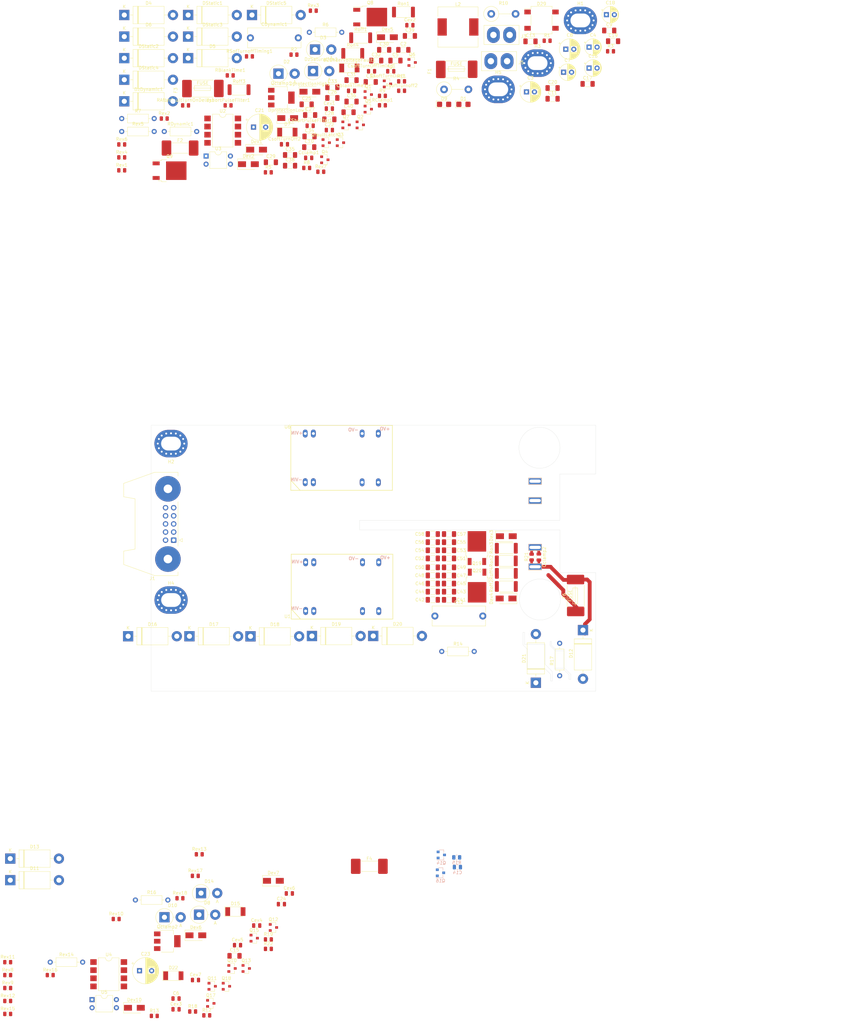
<source format=kicad_pcb>
(kicad_pcb (version 20171130) (host pcbnew "(5.1.10)-1")
  (layers (0 F.Cu signal) (31 B.Cu signal) (34 B.Paste user) (35 F.Paste user) (36 B.SilkS user) (37 F.SilkS user) (38 B.Mask user) (39 F.Mask user hide) (44 Edge.Cuts user))
  (net 0 "")
  (net 1 GNDD)
  (net 2 +15V)
  (net 3 GNDPWR)
  (net 4 "Net-(D11-Pad1)")
  (net 5 /Vin-)
  (net 6 "Net-(D18-Pad2)")
  (net 7 "Net-(C5-Pad1)")
  (net 8 "Net-(Q8-Pad3)")
  (net 9 "Net-(D16-Pad2)")
  (net 10 /EMITTER_TOP)
  (net 11 /GND_top)
  (net 12 /EMITTER_BOTTOM)
  (net 13 /GND_BOTTOM)
  (net 14 /VCC_BOTTOM)
  (net 15 "Net-(C12-Pad2)")
  (net 16 "Net-(C12-Pad1)")
  (net 17 "/Gate Driver bottom/Control")
  (net 18 "Net-(C15-Pad1)")
  (net 19 /VCC_top)
  (net 20 "Net-(CblankTime1-Pad2)")
  (net 21 /GATE_TOP)
  (net 22 /GATE_BOTTOM)
  (net 23 "Net-(CDynamic1-Pad2)")
  (net 24 "Net-(CDynamic1-Pad1)")
  (net 25 /Reset_top)
  (net 26 "Net-(Cex4-Pad2)")
  (net 27 "Net-(Cex5-Pad2)")
  (net 28 /Reset_BOTTOM)
  (net 29 "Net-(Cex7-Pad2)")
  (net 30 "Net-(CShortPulseFilter1-Pad2)")
  (net 31 "/Gate Driver Top/Control")
  (net 32 "Net-(CsoftTurnOffTiming1-Pad2)")
  (net 33 "Net-(D4-Pad1)")
  (net 34 "/Gate Driver Top/Collector")
  (net 35 "Net-(D5-Pad1)")
  (net 36 "Net-(D6-Pad2)")
  (net 37 "Net-(D12-Pad2)")
  (net 38 "/Gate Driver bottom/Collector")
  (net 39 "Net-(D13-Pad1)")
  (net 40 "Net-(D17-Pad2)")
  (net 41 "Net-(D19-Pad2)")
  (net 42 "/Gate Driver Top/on")
  (net 43 "Net-(Dex2-Pad2)")
  (net 44 "Net-(Dex3-Pad2)")
  (net 45 "Net-(Dex5-Pad2)")
  (net 46 "/Gate Driver bottom/on")
  (net 47 "Net-(Dex7-Pad2)")
  (net 48 "Net-(Dex10-Pad2)")
  (net 49 "Net-(DprotectionHigh1-Pad2)")
  (net 50 "Net-(DStatic1-Pad2)")
  (net 51 "Net-(DStatic2-Pad2)")
  (net 52 "Net-(DStatic3-Pad2)")
  (net 53 "Net-(DStatic4-Pad2)")
  (net 54 /On_TOP)
  (net 55 "Net-(Q4-Pad2)")
  (net 56 "Net-(Q9-Pad3)")
  (net 57 /Error_BOTTOM)
  (net 58 /On_BOTTOM)
  (net 59 "Net-(Q14-Pad2)")
  (net 60 "Net-(Q19-Pad3)")
  (net 61 "Net-(Q20-Pad3)")
  (net 62 /Error_top)
  (net 63 "Net-(Rex9-Pad2)")
  (net 64 "Net-(RshortPulseFilter1-Pad2)")
  (net 65 "Net-(U2-Pad7)")
  (net 66 "Net-(U4-Pad7)")
  (net 67 "Net-(D1-Pad2)")
  (net 68 "Net-(D2-Pad2)")
  (net 69 /Pulse-TOP)
  (net 70 "Net-(D8-Pad2)")
  (net 71 /Pulse-BOTTOM)
  (net 72 "Net-(D9-Pad2)")
  (net 73 "Net-(D22-Pad1)")
  (net 74 "Net-(D29-Pad2)")
  (net 75 "Net-(DZunderVoltageFault1-Pad1)")
  (net 76 "Net-(Q6-Pad1)")
  (net 77 "Net-(Q15-Pad1)")
  (net 78 "Net-(Q17-Pad3)")
  (net 79 "Net-(QfaultLatch1-Pad3)")
  (net 80 "Net-(R2-Pad1)")
  (net 81 "Net-(R12-Pad1)")
  (net 82 /Vin+)
  (net 83 "Net-(D29-Pad4)")
  (module Resistor_SMD:R_0805_2012Metric (layer F.Cu) (at 125.72 13.98)
    (fp_text reference RSofTurnoffTiming1 (at 0 -1.65) (layer F.SilkS))
    (fp_text value 1k)
    (pad 2 smd roundrect (at 0.9125 0) (size 1.025 1.4) (layers F.Cu F.Paste F.Mask) (roundrect_rratio 0.243902) (net 32 "Net-(CsoftTurnOffTiming1-Pad2)"))
    (pad 1 smd roundrect (at -0.9125 0) (size 1.025 1.4) (layers F.Cu F.Paste F.Mask) (roundrect_rratio 0.243902) (net 62 /Error_top))
  )
  (module Resistor_SMD:R_0805_2012Metric (layer F.Cu) (at 119.04 29.31)
    (fp_text reference RshortPulseFilter1 (at 0 -1.65) (layer F.SilkS))
    (fp_text value 120)
    (pad 2 smd roundrect (at 0.9125 0) (size 1.025 1.4) (layers F.Cu F.Paste F.Mask) (roundrect_rratio 0.243902) (net 64 "Net-(RshortPulseFilter1-Pad2)"))
    (pad 1 smd roundrect (at -0.9125 0) (size 1.025 1.4) (layers F.Cu F.Paste F.Mask) (roundrect_rratio 0.243902) (net 30 "Net-(CShortPulseFilter1-Pad2)"))
  )
  (module Resistor_SMD:R_0805_2012Metric (layer F.Cu) (at 108.77 270.418)
    (fp_text reference Rex17 (at 0 -1.65) (layer F.SilkS))
    (fp_text value 2.2k)
    (pad 2 smd roundrect (at 0.9125 0) (size 1.025 1.4) (layers F.Cu F.Paste F.Mask) (roundrect_rratio 0.243902) (net 29 "Net-(Cex7-Pad2)"))
    (pad 1 smd roundrect (at -0.9125 0) (size 1.025 1.4) (layers F.Cu F.Paste F.Mask) (roundrect_rratio 0.243902) (net 14 /VCC_BOTTOM))
  )
  (module Resistor_SMD:R_0805_2012Metric (layer F.Cu) (at 63.35 301.468)
    (fp_text reference Rex16 (at 0 -1.65) (layer F.SilkS))
    (fp_text value 2.2k)
    (pad 2 smd roundrect (at 0.9125 0) (size 1.025 1.4) (layers F.Cu F.Paste F.Mask) (roundrect_rratio 0.243902) (net 46 "/Gate Driver bottom/on"))
    (pad 1 smd roundrect (at -0.9125 0) (size 1.025 1.4) (layers F.Cu F.Paste F.Mask) (roundrect_rratio 0.243902) (net 14 /VCC_BOTTOM))
  )
  (module Resistor_SMD:R_0805_2012Metric (layer F.Cu) (at 50.04 313.618)
    (fp_text reference Rex15 (at 0 -1.65) (layer F.SilkS))
    (fp_text value 1k)
    (pad 2 smd roundrect (at 0.9125 0) (size 1.025 1.4) (layers F.Cu F.Paste F.Mask) (roundrect_rratio 0.243902) (net 29 "Net-(Cex7-Pad2)"))
    (pad 1 smd roundrect (at -0.9125 0) (size 1.025 1.4) (layers F.Cu F.Paste F.Mask) (roundrect_rratio 0.243902) (net 57 /Error_BOTTOM))
  )
  (module Resistor_SMD:R_0805_2012Metric (layer F.Cu) (at 110.01 263.668)
    (fp_text reference Rex13 (at 0 -1.65) (layer F.SilkS))
    (fp_text value 220)
    (pad 2 smd roundrect (at 0.9125 0) (size 1.025 1.4) (layers F.Cu F.Paste F.Mask) (roundrect_rratio 0.243902) (net 4 "Net-(D11-Pad1)"))
    (pad 1 smd roundrect (at -0.9125 0) (size 1.025 1.4) (layers F.Cu F.Paste F.Mask) (roundrect_rratio 0.243902) (net 39 "Net-(D13-Pad1)"))
  )
  (module Resistor_SMD:R_0805_2012Metric (layer F.Cu) (at 50.04 309.568)
    (fp_text reference Rex12 (at 0 -1.65) (layer F.SilkS))
    (fp_text value 2.2k)
    (pad 2 smd roundrect (at 0.9125 0) (size 1.025 1.4) (layers F.Cu F.Paste F.Mask) (roundrect_rratio 0.243902) (net 27 "Net-(Cex5-Pad2)"))
    (pad 1 smd roundrect (at -0.9125 0) (size 1.025 1.4) (layers F.Cu F.Paste F.Mask) (roundrect_rratio 0.243902) (net 4 "Net-(D11-Pad1)"))
  )
  (module Resistor_SMD:R_0805_2012Metric (layer F.Cu) (at 50.04 297.418)
    (fp_text reference Rex11 (at 0 -1.65) (layer F.SilkS))
    (fp_text value 2.2k)
    (pad 2 smd roundrect (at 0.9125 0) (size 1.025 1.4) (layers F.Cu F.Paste F.Mask) (roundrect_rratio 0.243902) (net 14 /VCC_BOTTOM))
    (pad 1 smd roundrect (at -0.9125 0) (size 1.025 1.4) (layers F.Cu F.Paste F.Mask) (roundrect_rratio 0.243902) (net 27 "Net-(Cex5-Pad2)"))
  )
  (module Resistor_SMD:R_0805_2012Metric (layer F.Cu) (at 84 283.918)
    (fp_text reference Rex10 (at 0 -1.65) (layer F.SilkS))
    (fp_text value 56k)
    (pad 2 smd roundrect (at 0.9125 0) (size 1.025 1.4) (layers F.Cu F.Paste F.Mask) (roundrect_rratio 0.243902) (net 14 /VCC_BOTTOM))
    (pad 1 smd roundrect (at -0.9125 0) (size 1.025 1.4) (layers F.Cu F.Paste F.Mask) (roundrect_rratio 0.243902) (net 26 "Net-(Cex4-Pad2)"))
  )
  (module Resistor_SMD:R_0805_2012Metric (layer F.Cu) (at 50.04 305.518)
    (fp_text reference Rex9 (at 0 -1.65) (layer F.SilkS))
    (fp_text value 120)
    (pad 2 smd roundrect (at 0.9125 0) (size 1.025 1.4) (layers F.Cu F.Paste F.Mask) (roundrect_rratio 0.243902) (net 63 "Net-(Rex9-Pad2)"))
    (pad 1 smd roundrect (at -0.9125 0) (size 1.025 1.4) (layers F.Cu F.Paste F.Mask) (roundrect_rratio 0.243902) (net 26 "Net-(Cex4-Pad2)"))
  )
  (module Resistor_SMD:R_0805_2012Metric (layer F.Cu) (at 50.04 301.468)
    (fp_text reference Rex8 (at 0 -1.65) (layer F.SilkS))
    (fp_text value 6.8k)
    (pad 2 smd roundrect (at 0.9125 0) (size 1.025 1.4) (layers F.Cu F.Paste F.Mask) (roundrect_rratio 0.243902) (net 14 /VCC_BOTTOM))
    (pad 1 smd roundrect (at -0.9125 0) (size 1.025 1.4) (layers F.Cu F.Paste F.Mask) (roundrect_rratio 0.243902) (net 12 /EMITTER_BOTTOM))
  )
  (module Resistor_SMD:R_0805_2012Metric (layer F.Cu) (at 85.74 41.53)
    (fp_text reference Rex6 (at 0 -1.65) (layer F.SilkS))
    (fp_text value 2.2k)
    (pad 2 smd roundrect (at 0.9125 0) (size 1.025 1.4) (layers F.Cu F.Paste F.Mask) (roundrect_rratio 0.243902) (net 42 "/Gate Driver Top/on"))
    (pad 1 smd roundrect (at -0.9125 0) (size 1.025 1.4) (layers F.Cu F.Paste F.Mask) (roundrect_rratio 0.243902) (net 19 /VCC_top))
  )
  (module Resistor_SMD:R_0805_2012Metric (layer F.Cu) (at 85.74 45.58)
    (fp_text reference Rex4 (at 0 -1.65) (layer F.SilkS))
    (fp_text value 220)
    (pad 2 smd roundrect (at 0.9125 0) (size 1.025 1.4) (layers F.Cu F.Paste F.Mask) (roundrect_rratio 0.243902) (net 33 "Net-(D4-Pad1)"))
    (pad 1 smd roundrect (at -0.9125 0) (size 1.025 1.4) (layers F.Cu F.Paste F.Mask) (roundrect_rratio 0.243902) (net 35 "Net-(D5-Pad1)"))
  )
  (module Resistor_SMD:R_0805_2012Metric (layer F.Cu) (at 145.71 -0.32)
    (fp_text reference Rex3 (at 0 -1.65) (layer F.SilkS))
    (fp_text value 2.2k)
    (pad 2 smd roundrect (at 0.9125 0) (size 1.025 1.4) (layers F.Cu F.Paste F.Mask) (roundrect_rratio 0.243902) (net 19 /VCC_top))
    (pad 1 smd roundrect (at -0.9125 0) (size 1.025 1.4) (layers F.Cu F.Paste F.Mask) (roundrect_rratio 0.243902) (net 20 "Net-(CblankTime1-Pad2)"))
  )
  (module Resistor_SMD:R_0805_2012Metric (layer F.Cu) (at 99.05 33.43)
    (fp_text reference Rex2 (at 0 -1.65) (layer F.SilkS))
    (fp_text value 56k)
    (pad 2 smd roundrect (at 0.9125 0) (size 1.025 1.4) (layers F.Cu F.Paste F.Mask) (roundrect_rratio 0.243902) (net 19 /VCC_top))
    (pad 1 smd roundrect (at -0.9125 0) (size 1.025 1.4) (layers F.Cu F.Paste F.Mask) (roundrect_rratio 0.243902) (net 30 "Net-(CShortPulseFilter1-Pad2)"))
  )
  (module Resistor_SMD:R_0805_2012Metric (layer F.Cu) (at 85.74 49.63)
    (fp_text reference Rex1 (at 0 -1.65) (layer F.SilkS))
    (fp_text value 6.8k)
    (pad 2 smd roundrect (at 0.9125 0) (size 1.025 1.4) (layers F.Cu F.Paste F.Mask) (roundrect_rratio 0.243902) (net 19 /VCC_top))
    (pad 1 smd roundrect (at -0.9125 0) (size 1.025 1.4) (layers F.Cu F.Paste F.Mask) (roundrect_rratio 0.243902) (net 10 /EMITTER_TOP))
  )
  (module Resistor_SMD:R_0805_2012Metric (layer F.Cu) (at 119.7 19.93)
    (fp_text reference RBlankTime1 (at 0 -1.65) (layer F.SilkS))
    (fp_text value 2.2k)
    (pad 2 smd roundrect (at 0.9125 0) (size 1.025 1.4) (layers F.Cu F.Paste F.Mask) (roundrect_rratio 0.243902) (net 20 "Net-(CblankTime1-Pad2)"))
    (pad 1 smd roundrect (at -0.9125 0) (size 1.025 1.4) (layers F.Cu F.Paste F.Mask) (roundrect_rratio 0.243902) (net 33 "Net-(D4-Pad1)"))
  )
  (module Resistor_SMD:R_0805_2012Metric (layer F.Cu) (at 105.73 29.31)
    (fp_text reference RAfterfaultTurnOnDelay1 (at 0 -1.65) (layer F.SilkS))
    (fp_text value 2.2k)
    (pad 2 smd roundrect (at 0.9125 0) (size 1.025 1.4) (layers F.Cu F.Paste F.Mask) (roundrect_rratio 0.243902) (net 32 "Net-(CsoftTurnOffTiming1-Pad2)"))
    (pad 1 smd roundrect (at -0.9125 0) (size 1.025 1.4) (layers F.Cu F.Paste F.Mask) (roundrect_rratio 0.243902) (net 19 /VCC_top))
  )
  (module Capacitor_SMD:C_0805_2012Metric (layer F.Cu) (at 163.95 18.63)
    (fp_text reference CsoftTurnOffTiming1 (at 0 -1.68) (layer F.SilkS))
    (fp_text value 22nF)
    (pad 2 smd roundrect (at 0.95 0) (size 1 1.45) (layers F.Cu F.Paste F.Mask) (net 32 "Net-(CsoftTurnOffTiming1-Pad2)"))
    (pad 1 smd roundrect (at -0.95 0) (size 1 1.45) (layers F.Cu F.Paste F.Mask) (net 11 /GND_top))
  )
  (module Capacitor_SMD:C_0805_2012Metric (layer F.Cu) (at 136.68 41.48)
    (fp_text reference CsoftTurnOff2 (at 0 -1.68) (layer F.SilkS))
    (fp_text value 10nF)
    (pad 2 smd roundrect (at 0.95 0) (size 1 1.45) (layers F.Cu F.Paste F.Mask) (net 31 "/Gate Driver Top/Control"))
    (pad 1 smd roundrect (at -0.95 0) (size 1 1.45) (layers F.Cu F.Paste F.Mask) (net 11 /GND_top))
  )
  (module Capacitor_SMD:C_0805_2012Metric (layer F.Cu) (at 144.73 35.68)
    (fp_text reference CShortPulseFilter1 (at 0 -1.68) (layer F.SilkS))
    (fp_text value 100pF)
    (pad 2 smd roundrect (at 0.95 0) (size 1 1.45) (layers F.Cu F.Paste F.Mask) (net 30 "Net-(CShortPulseFilter1-Pad2)"))
    (pad 1 smd roundrect (at -0.95 0) (size 1 1.45) (layers F.Cu F.Paste F.Mask) (net 11 /GND_top))
  )
  (module Capacitor_SMD:C_0805_2012Metric (layer F.Cu) (at 108.83 303.018)
    (fp_text reference Cex7 (at 0 -1.68) (layer F.SilkS))
    (fp_text value 22nF)
    (pad 2 smd roundrect (at 0.95 0) (size 1 1.45) (layers F.Cu F.Paste F.Mask) (net 29 "Net-(Cex7-Pad2)"))
    (pad 1 smd roundrect (at -0.95 0) (size 1 1.45) (layers F.Cu F.Paste F.Mask) (net 13 /GND_BOTTOM))
  )
  (module Capacitor_SMD:C_0805_2012Metric (layer F.Cu) (at 138.21 275.918)
    (fp_text reference Cex6 (at 0 -1.68) (layer F.SilkS))
    (fp_text value 1nF)
    (pad 2 smd roundrect (at 0.95 0) (size 1 1.45) (layers F.Cu F.Paste F.Mask) (net 28 /Reset_BOTTOM))
    (pad 1 smd roundrect (at -0.95 0) (size 1 1.45) (layers F.Cu F.Paste F.Mask) (net 13 /GND_BOTTOM))
  )
  (module Capacitor_SMD:C_0805_2012Metric (layer F.Cu) (at 121.99 292.098)
    (fp_text reference Cex5 (at 0 -1.68) (layer F.SilkS))
    (fp_text value 100pF)
    (pad 2 smd roundrect (at 0.95 0) (size 1 1.45) (layers F.Cu F.Paste F.Mask) (net 27 "Net-(Cex5-Pad2)"))
    (pad 1 smd roundrect (at -0.95 0) (size 1 1.45) (layers F.Cu F.Paste F.Mask) (net 13 /GND_BOTTOM))
  )
  (module Capacitor_SMD:C_0805_2012Metric (layer F.Cu) (at 128 285.968)
    (fp_text reference Cex4 (at 0 -1.68) (layer F.SilkS))
    (fp_text value 100pF)
    (pad 2 smd roundrect (at 0.95 0) (size 1 1.45) (layers F.Cu F.Paste F.Mask) (net 26 "Net-(Cex4-Pad2)"))
    (pad 1 smd roundrect (at -0.95 0) (size 1 1.45) (layers F.Cu F.Paste F.Mask) (net 13 /GND_BOTTOM))
  )
  (module Capacitor_SMD:C_0805_2012Metric (layer F.Cu) (at 102.74 312.168)
    (fp_text reference Cex3 (at 0 -1.68) (layer F.SilkS))
    (fp_text value 96pF)
    (pad 2 smd roundrect (at 0.95 0) (size 1 1.45) (layers F.Cu F.Paste F.Mask) (net 12 /EMITTER_BOTTOM))
    (pad 1 smd roundrect (at -0.95 0) (size 1 1.45) (layers F.Cu F.Paste F.Mask) (net 13 /GND_BOTTOM))
  )
  (module Capacitor_SMD:C_0805_2012Metric (layer F.Cu) (at 175.95 4.22)
    (fp_text reference Cex2 (at 0 -1.68) (layer F.SilkS))
    (fp_text value 1nF)
    (pad 2 smd roundrect (at 0.95 0) (size 1 1.45) (layers F.Cu F.Paste F.Mask) (net 25 /Reset_top))
    (pad 1 smd roundrect (at -0.95 0) (size 1 1.45) (layers F.Cu F.Paste F.Mask) (net 11 /GND_top))
  )
  (module Capacitor_SMD:C_0805_2012Metric (layer F.Cu) (at 150.74 30.33)
    (fp_text reference Cex1 (at 0 -1.68) (layer F.SilkS))
    (fp_text value 96pF)
    (pad 2 smd roundrect (at 0.95 0) (size 1 1.45) (layers F.Cu F.Paste F.Mask) (net 10 /EMITTER_TOP))
    (pad 1 smd roundrect (at -0.95 0) (size 1 1.45) (layers F.Cu F.Paste F.Mask) (net 11 /GND_top))
  )
  (module Capacitor_SMD:C_0805_2012Metric (layer F.Cu) (at 157.69 24.76)
    (fp_text reference CblankTime1 (at 0 -1.68) (layer F.SilkS))
    (fp_text value 100pF)
    (pad 2 smd roundrect (at 0.95 0) (size 1 1.45) (layers F.Cu F.Paste F.Mask) (net 20 "Net-(CblankTime1-Pad2)"))
    (pad 1 smd roundrect (at -0.95 0) (size 1 1.45) (layers F.Cu F.Paste F.Mask) (net 11 /GND_top))
  )
  (module Capacitor_SMD:C_0805_2012Metric (layer F.Cu) (at 135.73 279.268)
    (fp_text reference C24 (at 0 -1.68) (layer F.SilkS))
    (fp_text value 100nF)
    (pad 2 smd roundrect (at 0.95 0) (size 1 1.45) (layers F.Cu F.Paste F.Mask) (net 14 /VCC_BOTTOM))
    (pad 1 smd roundrect (at -0.95 0) (size 1 1.45) (layers F.Cu F.Paste F.Mask) (net 13 /GND_BOTTOM))
  )
  (module Capacitor_SMD:C_0805_2012Metric (layer F.Cu) (at 150.74 37.03)
    (fp_text reference C22 (at 0 -1.68) (layer F.SilkS))
    (fp_text value 100nF)
    (pad 2 smd roundrect (at 0.95 0) (size 1 1.45) (layers F.Cu F.Paste F.Mask) (net 19 /VCC_top))
    (pad 1 smd roundrect (at -0.95 0) (size 1 1.45) (layers F.Cu F.Paste F.Mask) (net 11 /GND_top))
  )
  (module Capacitor_SMD:C_0805_2012Metric (layer B.Cu) (at 190.8295 267.678)
    (fp_text reference C14 (at 0 1.68) (layer B.SilkS) (effects (justify mirror)))
    (fp_text value 10nF)
    (pad 2 smd roundrect (at 0.95 0) (size 1 1.45) (layers B.Cu B.Paste B.Mask) (net 17 "/Gate Driver bottom/Control"))
    (pad 1 smd roundrect (at -0.95 0) (size 1 1.45) (layers B.Cu B.Paste B.Mask) (net 13 /GND_BOTTOM))
  )
  (module Capacitor_SMD:C_0805_2012Metric (layer F.Cu) (at 102.74 308.818)
    (fp_text reference C6 (at 0 -1.68) (layer F.SilkS))
    (fp_text value 100nF)
    (pad 2 smd roundrect (at 0.95 0) (size 1 1.45) (layers F.Cu F.Paste F.Mask) (net 12 /EMITTER_BOTTOM))
    (pad 1 smd roundrect (at -0.95 0) (size 1 1.45) (layers F.Cu F.Paste F.Mask) (net 13 /GND_BOTTOM))
  )
  (module Capacitor_SMD:C_0805_2012Metric (layer F.Cu) (at 169.96 18.63)
    (fp_text reference C1 (at 0 -1.68) (layer F.SilkS))
    (fp_text value 100nF)
    (pad 2 smd roundrect (at 0.95 0) (size 1 1.45) (layers F.Cu F.Paste F.Mask) (net 10 /EMITTER_TOP))
    (pad 1 smd roundrect (at -0.95 0) (size 1 1.45) (layers F.Cu F.Paste F.Mask) (net 11 /GND_top))
  )
  (module Package_TO_SOT_SMD:TO-252-2 (layer F.Cu) (at 196.998 179.58 270)
    (fp_text reference Q20 (at -4.68 0.004 180) (layer F.SilkS))
    (fp_text value D45VH10)
    (pad 2 smd rect (at 2.1 0 270) (size 6.4 5.8) (layers F.Cu F.Mask) (net 13 /GND_BOTTOM))
    (pad 3 smd rect (at -4.2 2.28 270) (size 2.2 1.2) (layers F.Cu F.Paste F.Mask) (net 61 "Net-(Q20-Pad3)"))
    (pad 1 smd rect (at -4.2 -2.28 270) (size 2.2 1.2) (layers F.Cu F.Paste F.Mask) (net 17 "/Gate Driver bottom/Control"))
  )
  (module Package_TO_SOT_SMD:TO-252-2 (layer F.Cu) (at 100.71 49.74)
    (fp_text reference Q9 (at 0 -4.5) (layer F.SilkS))
    (fp_text value D45VH10)
    (pad 2 smd rect (at 2.1 0) (size 6.4 5.8) (layers F.Cu F.Mask) (net 11 /GND_top))
    (pad 3 smd rect (at -4.2 2.28) (size 2.2 1.2) (layers F.Cu F.Paste F.Mask) (net 56 "Net-(Q9-Pad3)"))
    (pad 1 smd rect (at -4.2 -2.28) (size 2.2 1.2) (layers F.Cu F.Paste F.Mask) (net 31 "/Gate Driver Top/Control"))
  )
  (module Capacitor_SMD:C_0805_2012Metric (layer F.Cu) (at 216.33 170.64 270)
    (fp_text reference Cclamp2 (at 0 -1.68 90) (layer F.SilkS))
    (fp_text value C)
    (pad 2 smd roundrect (at 0.95 0 270) (size 1 1.45) (layers F.Cu F.Paste F.Mask) (net 22 /GATE_BOTTOM))
    (pad 1 smd roundrect (at -0.95 0 270) (size 1 1.45) (layers F.Cu F.Paste F.Mask) (net 12 /EMITTER_BOTTOM))
  )
  (module Capacitor_SMD:C_0805_2012Metric (layer F.Cu) (at 144.27 45.73)
    (fp_text reference Cclamp1 (at 0 -1.68) (layer F.SilkS))
    (fp_text value C)
    (pad 2 smd roundrect (at 0.95 0) (size 1 1.45) (layers F.Cu F.Paste F.Mask) (net 21 /GATE_TOP))
    (pad 1 smd roundrect (at -0.95 0) (size 1 1.45) (layers F.Cu F.Paste F.Mask) (net 10 /EMITTER_TOP))
  )
  (module Package_DIP:DIP-4_W7.62mm (layer F.Cu) (at 76.45 309.148)
    (fp_text reference U5 (at 3.81 -2.33) (layer F.SilkS))
    (fp_text value PC817)
    (pad 4 thru_hole oval (at 7.62 0) (size 1.6 1.6) (drill 0.8) (layers *.Cu *.Mask) (net 66 "Net-(U4-Pad7)"))
    (pad 2 thru_hole oval (at 0 2.54) (size 1.6 1.6) (drill 0.8) (layers *.Cu *.Mask) (net 11 /GND_top))
    (pad 3 thru_hole oval (at 7.62 2.54) (size 1.6 1.6) (drill 0.8) (layers *.Cu *.Mask) (net 13 /GND_BOTTOM))
    (pad 1 thru_hole rect (at 0 0) (size 1.6 1.6) (drill 0.8) (layers *.Cu *.Mask) (net 54 /On_TOP))
  )
  (module Package_DIP:SMDIP-8_W9.53mm (layer F.Cu) (at 81.66 301.198)
    (fp_text reference U4 (at 0 -6.14) (layer F.SilkS))
    (fp_text value 6N136S)
    (pad 8 smd rect (at 4.765 -3.81) (size 2 1.78) (layers F.Cu F.Paste F.Mask) (net 12 /EMITTER_BOTTOM))
    (pad 4 smd rect (at -4.765 3.81) (size 2 1.78) (layers F.Cu F.Paste F.Mask))
    (pad 7 smd rect (at 4.765 -1.27) (size 2 1.78) (layers F.Cu F.Paste F.Mask) (net 66 "Net-(U4-Pad7)"))
    (pad 3 smd rect (at -4.765 1.27) (size 2 1.78) (layers F.Cu F.Paste F.Mask) (net 5 /Vin-))
    (pad 6 smd rect (at 4.765 1.27) (size 2 1.78) (layers F.Cu F.Paste F.Mask) (net 63 "Net-(Rex9-Pad2)"))
    (pad 2 smd rect (at -4.765 -1.27) (size 2 1.78) (layers F.Cu F.Paste F.Mask) (net 81 "Net-(R12-Pad1)"))
    (pad 5 smd rect (at 4.765 3.81) (size 2 1.78) (layers F.Cu F.Paste F.Mask) (net 13 /GND_BOTTOM))
    (pad 1 smd rect (at -4.765 -3.81) (size 2 1.78) (layers F.Cu F.Paste F.Mask))
  )
  (module Package_DIP:DIP-4_W7.62mm (layer F.Cu) (at 112.15 45.16)
    (fp_text reference U3 (at 3.81 -2.33) (layer F.SilkS))
    (fp_text value PC817)
    (pad 4 thru_hole oval (at 7.62 0) (size 1.6 1.6) (drill 0.8) (layers *.Cu *.Mask) (net 65 "Net-(U2-Pad7)"))
    (pad 2 thru_hole oval (at 0 2.54) (size 1.6 1.6) (drill 0.8) (layers *.Cu *.Mask) (net 13 /GND_BOTTOM))
    (pad 3 thru_hole oval (at 7.62 2.54) (size 1.6 1.6) (drill 0.8) (layers *.Cu *.Mask) (net 11 /GND_top))
    (pad 1 thru_hole rect (at 0 0) (size 1.6 1.6) (drill 0.8) (layers *.Cu *.Mask) (net 58 /On_BOTTOM))
  )
  (module Package_DIP:SMDIP-8_W9.53mm (layer F.Cu) (at 117.36 37.21)
    (fp_text reference U2 (at 0 -6.14) (layer F.SilkS))
    (fp_text value 6N136S)
    (pad 8 smd rect (at 4.765 -3.81) (size 2 1.78) (layers F.Cu F.Paste F.Mask) (net 10 /EMITTER_TOP))
    (pad 4 smd rect (at -4.765 3.81) (size 2 1.78) (layers F.Cu F.Paste F.Mask))
    (pad 7 smd rect (at 4.765 -1.27) (size 2 1.78) (layers F.Cu F.Paste F.Mask) (net 65 "Net-(U2-Pad7)"))
    (pad 3 smd rect (at -4.765 1.27) (size 2 1.78) (layers F.Cu F.Paste F.Mask) (net 5 /Vin-))
    (pad 6 smd rect (at 4.765 1.27) (size 2 1.78) (layers F.Cu F.Paste F.Mask) (net 64 "Net-(RshortPulseFilter1-Pad2)"))
    (pad 2 smd rect (at -4.765 -1.27) (size 2 1.78) (layers F.Cu F.Paste F.Mask) (net 80 "Net-(R2-Pad1)"))
    (pad 5 smd rect (at 4.765 3.81) (size 2 1.78) (layers F.Cu F.Paste F.Mask) (net 11 /GND_top))
    (pad 1 smd rect (at -4.765 -3.81) (size 2 1.78) (layers F.Cu F.Paste F.Mask))
  )
  (module Resistor_SMD:R_0805_2012Metric (layer F.Cu) (at 173.36 24.73)
    (fp_text reference RsoftTurnoff2 (at 0 -1.65) (layer F.SilkS))
    (fp_text value 10)
    (pad 2 smd roundrect (at 0.9125 0) (size 1.025 1.4) (layers F.Cu F.Paste F.Mask) (roundrect_rratio 0.243902) (net 31 "/Gate Driver Top/Control"))
    (pad 1 smd roundrect (at -0.9125 0) (size 1.025 1.4) (layers F.Cu F.Paste F.Mask) (roundrect_rratio 0.243902) (net 55 "Net-(Q4-Pad2)"))
  )
  (module Resistor_SMD:R_2512_6332Metric (layer F.Cu) (at 158.07 13.04)
    (fp_text reference Ron4 (at 0 -2.62) (layer F.SilkS))
    (fp_text value 40)
    (pad 2 smd roundrect (at 2.9625 0) (size 1.225 3.35) (layers F.Cu F.Paste F.Mask) (roundrect_rratio 0.204082) (net 49 "Net-(DprotectionHigh1-Pad2)"))
    (pad 1 smd roundrect (at -2.9625 0) (size 1.225 3.35) (layers F.Cu F.Paste F.Mask) (roundrect_rratio 0.204082) (net 8 "Net-(Q8-Pad3)"))
  )
  (module Resistor_SMD:R_2512_6332Metric (layer F.Cu) (at 206.1375 167.89)
    (fp_text reference Ron3 (at -4.6875 -0.116 270) (layer F.SilkS))
    (fp_text value 40)
    (pad 2 smd roundrect (at 2.9625 0) (size 1.225 3.35) (layers F.Cu F.Paste F.Mask) (roundrect_rratio 0.204082) (net 44 "Net-(Dex3-Pad2)"))
    (pad 1 smd roundrect (at -2.9625 0) (size 1.225 3.35) (layers F.Cu F.Paste F.Mask) (roundrect_rratio 0.204082) (net 60 "Net-(Q19-Pad3)"))
  )
  (module Resistor_SMD:R_2512_6332Metric (layer F.Cu) (at 206.1275 171.85)
    (fp_text reference Ron2 (at -4.6775 0.02 270) (layer F.SilkS))
    (fp_text value 40)
    (pad 2 smd roundrect (at 2.9625 0) (size 1.225 3.35) (layers F.Cu F.Paste F.Mask) (roundrect_rratio 0.204082) (net 44 "Net-(Dex3-Pad2)"))
    (pad 1 smd roundrect (at -2.9625 0) (size 1.225 3.35) (layers F.Cu F.Paste F.Mask) (roundrect_rratio 0.204082) (net 60 "Net-(Q19-Pad3)"))
  )
  (module Resistor_SMD:R_2512_6332Metric (layer F.Cu) (at 173.94 0.1)
    (fp_text reference Ron1 (at 0 -2.62) (layer F.SilkS))
    (fp_text value 40)
    (pad 2 smd roundrect (at 2.9625 0) (size 1.225 3.35) (layers F.Cu F.Paste F.Mask) (roundrect_rratio 0.204082) (net 49 "Net-(DprotectionHigh1-Pad2)"))
    (pad 1 smd roundrect (at -2.9625 0) (size 1.225 3.35) (layers F.Cu F.Paste F.Mask) (roundrect_rratio 0.204082) (net 8 "Net-(Q8-Pad3)"))
  )
  (module Resistor_SMD:R_2512_6332Metric (layer F.Cu) (at 206.1425 175.75 180)
    (fp_text reference Roff4 (at 4.6925 -0.03 270) (layer F.SilkS))
    (fp_text value 40)
    (pad 2 smd roundrect (at 2.9625 0 180) (size 1.225 3.35) (layers F.Cu F.Paste F.Mask) (roundrect_rratio 0.204082) (net 61 "Net-(Q20-Pad3)"))
    (pad 1 smd roundrect (at -2.9625 0 180) (size 1.225 3.35) (layers F.Cu F.Paste F.Mask) (roundrect_rratio 0.204082) (net 44 "Net-(Dex3-Pad2)"))
  )
  (module Resistor_SMD:R_2512_6332Metric (layer F.Cu) (at 122.47 24.4)
    (fp_text reference Roff3 (at 0 -2.62) (layer F.SilkS))
    (fp_text value 40)
    (pad 2 smd roundrect (at 2.9625 0) (size 1.225 3.35) (layers F.Cu F.Paste F.Mask) (roundrect_rratio 0.204082) (net 56 "Net-(Q9-Pad3)"))
    (pad 1 smd roundrect (at -2.9625 0) (size 1.225 3.35) (layers F.Cu F.Paste F.Mask) (roundrect_rratio 0.204082) (net 49 "Net-(DprotectionHigh1-Pad2)"))
  )
  (module Resistor_SMD:R_2512_6332Metric (layer F.Cu) (at 206.14 179.85 180)
    (fp_text reference Roff2 (at 4.69 0.138 270) (layer F.SilkS))
    (fp_text value 40)
    (pad 2 smd roundrect (at 2.9625 0 180) (size 1.225 3.35) (layers F.Cu F.Paste F.Mask) (roundrect_rratio 0.204082) (net 61 "Net-(Q20-Pad3)"))
    (pad 1 smd roundrect (at -2.9625 0 180) (size 1.225 3.35) (layers F.Cu F.Paste F.Mask) (roundrect_rratio 0.204082) (net 44 "Net-(Dex3-Pad2)"))
  )
  (module Resistor_SMD:R_2512_6332Metric (layer F.Cu) (at 160.55 8.15)
    (fp_text reference Roff1 (at 0 -2.62) (layer F.SilkS))
    (fp_text value 40)
    (pad 2 smd roundrect (at 2.9625 0) (size 1.225 3.35) (layers F.Cu F.Paste F.Mask) (roundrect_rratio 0.204082) (net 56 "Net-(Q9-Pad3)"))
    (pad 1 smd roundrect (at -2.9625 0) (size 1.225 3.35) (layers F.Cu F.Paste F.Mask) (roundrect_rratio 0.204082) (net 49 "Net-(DprotectionHigh1-Pad2)"))
  )
  (module Resistor_SMD:R_0805_2012Metric (layer F.Cu) (at 103.96 277.418)
    (fp_text reference Rex18 (at 0 -1.65) (layer F.SilkS))
    (fp_text value 1k)
    (pad 2 smd roundrect (at 0.9125 0) (size 1.025 1.4) (layers F.Cu F.Paste F.Mask) (roundrect_rratio 0.243902) (net 14 /VCC_BOTTOM))
    (pad 1 smd roundrect (at -0.9125 0) (size 1.025 1.4) (layers F.Cu F.Paste F.Mask) (roundrect_rratio 0.243902) (net 58 /On_BOTTOM))
  )
  (module Resistor_THT:R_Axial_DIN0207_L6.3mm_D2.5mm_P10.16mm_Horizontal (layer F.Cu) (at 63.35 297.418)
    (fp_text reference Rex14 (at 5.08 -2.37) (layer F.SilkS))
    (fp_text value 1k)
    (pad 2 thru_hole oval (at 10.16 0) (size 1.6 1.6) (drill 0.8) (layers *.Cu *.Mask) (net 28 /Reset_BOTTOM))
    (pad 1 thru_hole circle (at 0 0) (size 1.6 1.6) (drill 0.8) (layers *.Cu *.Mask) (net 13 /GND_BOTTOM))
  )
  (module Resistor_SMD:R_0805_2012Metric (layer F.Cu) (at 148.06 50.08)
    (fp_text reference Rex7 (at 0 -1.65) (layer F.SilkS))
    (fp_text value 1k)
    (pad 2 smd roundrect (at 0.9125 0) (size 1.025 1.4) (layers F.Cu F.Paste F.Mask) (roundrect_rratio 0.243902) (net 19 /VCC_top))
    (pad 1 smd roundrect (at -0.9125 0) (size 1.025 1.4) (layers F.Cu F.Paste F.Mask) (roundrect_rratio 0.243902) (net 54 /On_TOP))
  )
  (module Resistor_THT:R_Axial_DIN0207_L6.3mm_D2.5mm_P10.16mm_Horizontal (layer F.Cu) (at 85.74 37.48)
    (fp_text reference Rex5 (at 5.08 -2.37) (layer F.SilkS))
    (fp_text value 1k)
    (pad 2 thru_hole oval (at 10.16 0) (size 1.6 1.6) (drill 0.8) (layers *.Cu *.Mask) (net 25 /Reset_top))
    (pad 1 thru_hole circle (at 0 0) (size 1.6 1.6) (drill 0.8) (layers *.Cu *.Mask) (net 11 /GND_top))
  )
  (module Resistor_THT:R_Axial_DIN0207_L6.3mm_D2.5mm_P10.16mm_Horizontal (layer F.Cu) (at 99.05 37.48)
    (fp_text reference RDynamic1 (at 5.08 -2.37) (layer F.SilkS))
    (fp_text value 20K)
    (pad 2 thru_hole oval (at 10.16 0) (size 1.6 1.6) (drill 0.8) (layers *.Cu *.Mask) (net 23 "Net-(CDynamic1-Pad2)"))
    (pad 1 thru_hole circle (at 0 0) (size 1.6 1.6) (drill 0.8) (layers *.Cu *.Mask) (net 24 "Net-(CDynamic1-Pad1)"))
  )
  (module Resistor_SMD:R_0805_2012Metric (layer F.Cu) (at 167.35 29.28)
    (fp_text reference RClamp1 (at 0 -1.65) (layer F.SilkS))
    (fp_text value 10K)
    (pad 2 smd roundrect (at 0.9125 0) (size 1.025 1.4) (layers F.Cu F.Paste F.Mask) (roundrect_rratio 0.243902) (net 21 /GATE_TOP))
    (pad 1 smd roundrect (at -0.9125 0) (size 1.025 1.4) (layers F.Cu F.Paste F.Mask) (roundrect_rratio 0.243902) (net 10 /EMITTER_TOP))
  )
  (module Resistor_SMD:R_0805_2012Metric (layer F.Cu) (at 131.65 293.268)
    (fp_text reference R22 (at 0 -1.65) (layer F.SilkS))
    (fp_text value 1K)
    (pad 2 smd roundrect (at 0.9125 0) (size 1.025 1.4) (layers F.Cu F.Paste F.Mask) (roundrect_rratio 0.243902) (net 77 "Net-(Q15-Pad1)"))
    (pad 1 smd roundrect (at -0.9125 0) (size 1.025 1.4) (layers F.Cu F.Paste F.Mask) (roundrect_rratio 0.243902) (net 22 /GATE_BOTTOM))
  )
  (module Resistor_SMD:R_0805_2012Metric (layer F.Cu) (at 214.06 170.6475 270)
    (fp_text reference R21 (at -0.0875 1.6 90) (layer F.SilkS))
    (fp_text value 10K)
    (pad 2 smd roundrect (at 0.9125 0 270) (size 1.025 1.4) (layers F.Cu F.Paste F.Mask) (roundrect_rratio 0.243902) (net 22 /GATE_BOTTOM))
    (pad 1 smd roundrect (at -0.9125 0 270) (size 1.025 1.4) (layers F.Cu F.Paste F.Mask) (roundrect_rratio 0.243902) (net 12 /EMITTER_BOTTOM))
  )
  (module Resistor_SMD:R_0805_2012Metric (layer F.Cu) (at 131.65 290.318)
    (fp_text reference R19 (at 0 -1.65) (layer F.SilkS))
    (fp_text value 1K)
    (pad 2 smd roundrect (at 0.9125 0) (size 1.025 1.4) (layers F.Cu F.Paste F.Mask) (roundrect_rratio 0.243902) (net 73 "Net-(D22-Pad1)"))
    (pad 1 smd roundrect (at -0.9125 0) (size 1.025 1.4) (layers F.Cu F.Paste F.Mask) (roundrect_rratio 0.243902) (net 14 /VCC_BOTTOM))
  )
  (module Resistor_SMD:R_0805_2012Metric (layer F.Cu) (at 107.95 312.868)
    (fp_text reference R18 (at 0 -1.65) (layer F.SilkS))
    (fp_text value 1K)
    (pad 2 smd roundrect (at 0.9125 0) (size 1.025 1.4) (layers F.Cu F.Paste F.Mask) (roundrect_rratio 0.243902) (net 3 GNDPWR))
    (pad 1 smd roundrect (at -0.9125 0) (size 1.025 1.4) (layers F.Cu F.Paste F.Mask) (roundrect_rratio 0.243902) (net 18 "Net-(C15-Pad1)"))
  )
  (module Resistor_THT:R_Axial_DIN0207_L6.3mm_D2.5mm_P10.16mm_Horizontal (layer F.Cu) (at 222.85 207.79 90)
    (fp_text reference R17 (at 4.66 -2.43 90) (layer F.SilkS))
    (fp_text value 220)
    (pad 2 thru_hole oval (at 10.16 0 90) (size 1.6 1.6) (drill 0.8) (layers *.Cu *.Mask) (net 37 "Net-(D12-Pad2)"))
    (pad 1 thru_hole circle (at 0 0 90) (size 1.6 1.6) (drill 0.8) (layers *.Cu *.Mask) (net 15 "Net-(C12-Pad2)"))
  )
  (module Resistor_THT:R_Axial_DIN0207_L6.3mm_D2.5mm_P10.16mm_Horizontal (layer F.Cu) (at 90.02 277.968)
    (fp_text reference R16 (at 5.08 -2.37) (layer F.SilkS))
    (fp_text value 3.3k-1/4W)
    (pad 2 thru_hole oval (at 10.16 0) (size 1.6 1.6) (drill 0.8) (layers *.Cu *.Mask) (net 47 "Net-(Dex7-Pad2)"))
    (pad 1 thru_hole circle (at 0 0) (size 1.6 1.6) (drill 0.8) (layers *.Cu *.Mask) (net 14 /VCC_BOTTOM))
  )
  (module Resistor_SMD:R_0805_2012Metric (layer B.Cu) (at 190.614 264.63)
    (fp_text reference R15 (at 0 1.65) (layer B.SilkS) (effects (justify mirror)))
    (fp_text value 10)
    (pad 2 smd roundrect (at 0.9125 0) (size 1.025 1.4) (layers B.Cu B.Paste B.Mask) (roundrect_rratio 0.243902) (net 17 "/Gate Driver bottom/Control"))
    (pad 1 smd roundrect (at -0.9125 0) (size 1.025 1.4) (layers B.Cu B.Paste B.Mask) (roundrect_rratio 0.243902) (net 59 "Net-(Q14-Pad2)"))
  )
  (module Resistor_THT:R_Axial_DIN0207_L6.3mm_D2.5mm_P10.16mm_Horizontal (layer F.Cu) (at 185.93 200.19)
    (fp_text reference R14 (at 5.08 -2.37) (layer F.SilkS))
    (fp_text value 20K)
    (pad 2 thru_hole oval (at 10.16 0) (size 1.6 1.6) (drill 0.8) (layers *.Cu *.Mask) (net 15 "Net-(C12-Pad2)"))
    (pad 1 thru_hole circle (at 0 0) (size 1.6 1.6) (drill 0.8) (layers *.Cu *.Mask) (net 16 "Net-(C12-Pad1)"))
  )
  (module Resistor_SMD:R_0805_2012Metric (layer F.Cu) (at 95.93 314.248)
    (fp_text reference R13 (at 0 -1.65) (layer F.SilkS))
    (fp_text value 3.3K)
    (pad 2 smd roundrect (at 0.9125 0) (size 1.025 1.4) (layers F.Cu F.Paste F.Mask) (roundrect_rratio 0.243902) (net 28 /Reset_BOTTOM))
    (pad 1 smd roundrect (at -0.9125 0) (size 1.025 1.4) (layers F.Cu F.Paste F.Mask) (roundrect_rratio 0.243902) (net 78 "Net-(Q17-Pad3)"))
  )
  (module Resistor_SMD:R_0805_2012Metric (layer F.Cu) (at 112.36 314.068)
    (fp_text reference R12 (at 0 -1.65) (layer F.SilkS))
    (fp_text value 1k)
    (pad 2 smd roundrect (at 0.9125 0) (size 1.025 1.4) (layers F.Cu F.Paste F.Mask) (roundrect_rratio 0.243902) (net 70 "Net-(D8-Pad2)"))
    (pad 1 smd roundrect (at -0.9125 0) (size 1.025 1.4) (layers F.Cu F.Paste F.Mask) (roundrect_rratio 0.243902) (net 81 "Net-(R12-Pad1)"))
  )
  (module Resistor_SMD:R_0805_2012Metric (layer F.Cu) (at 173.36 21.78)
    (fp_text reference R11 (at 0 -1.65) (layer F.SilkS))
    (fp_text value 1K)
    (pad 2 smd roundrect (at 0.9125 0) (size 1.025 1.4) (layers F.Cu F.Paste F.Mask) (roundrect_rratio 0.243902) (net 76 "Net-(Q6-Pad1)"))
    (pad 1 smd roundrect (at -0.9125 0) (size 1.025 1.4) (layers F.Cu F.Paste F.Mask) (roundrect_rratio 0.243902) (net 21 /GATE_TOP))
  )
  (module Resistor_THT:R_Axial_DIN0414_L11.9mm_D4.5mm_P7.62mm_Vertical (layer F.Cu) (at 201.42 0.68)
    (fp_text reference R10 (at 3.81 -3.37) (layer F.SilkS))
    (fp_text value 2k/1w)
    (pad 2 thru_hole oval (at 7.62 0) (size 2.4 2.4) (drill 1.2) (layers *.Cu *.Mask) (net 19 /VCC_top))
    (pad 1 thru_hole circle (at 0 0) (size 2.4 2.4) (drill 1.2) (layers *.Cu *.Mask) (net 11 /GND_top))
  )
  (module Resistor_SMD:R_0805_2012Metric (layer F.Cu) (at 167.35 26.33)
    (fp_text reference R9 (at 0 -1.65) (layer F.SilkS))
    (fp_text value 1K)
    (pad 2 smd roundrect (at 0.9125 0) (size 1.025 1.4) (layers F.Cu F.Paste F.Mask) (roundrect_rratio 0.243902) (net 75 "Net-(DZunderVoltageFault1-Pad1)"))
    (pad 1 smd roundrect (at -0.9125 0) (size 1.025 1.4) (layers F.Cu F.Paste F.Mask) (roundrect_rratio 0.243902) (net 19 /VCC_top))
  )
  (module Resistor_SMD:R_0805_2012Metric (layer F.Cu) (at 143.65 48.88)
    (fp_text reference R8 (at 0 -1.65) (layer F.SilkS))
    (fp_text value 1K)
    (pad 2 smd roundrect (at 0.9125 0) (size 1.025 1.4) (layers F.Cu F.Paste F.Mask) (roundrect_rratio 0.243902) (net 3 GNDPWR))
    (pad 1 smd roundrect (at -0.9125 0) (size 1.025 1.4) (layers F.Cu F.Paste F.Mask) (roundrect_rratio 0.243902) (net 7 "Net-(C5-Pad1)"))
  )
  (module Resistor_THT:R_Axial_DIN0207_L6.3mm_D2.5mm_P10.16mm_Horizontal (layer F.Cu) (at 85.74 33.43)
    (fp_text reference R7 (at 5.08 -2.37) (layer F.SilkS))
    (fp_text value 220)
    (pad 2 thru_hole oval (at 10.16 0) (size 1.6 1.6) (drill 0.8) (layers *.Cu *.Mask) (net 36 "Net-(D6-Pad2)"))
    (pad 1 thru_hole circle (at 0 0) (size 1.6 1.6) (drill 0.8) (layers *.Cu *.Mask) (net 23 "Net-(CDynamic1-Pad2)"))
  )
  (module Resistor_THT:R_Axial_DIN0207_L6.3mm_D2.5mm_P10.16mm_Horizontal (layer F.Cu) (at 144.47 6.43)
    (fp_text reference R6 (at 5.08 -2.37) (layer F.SilkS))
    (fp_text value 3.3k-1/4W)
    (pad 2 thru_hole oval (at 10.16 0) (size 1.6 1.6) (drill 0.8) (layers *.Cu *.Mask) (net 43 "Net-(Dex2-Pad2)"))
    (pad 1 thru_hole circle (at 0 0) (size 1.6 1.6) (drill 0.8) (layers *.Cu *.Mask) (net 19 /VCC_top))
  )
  (module Resistor_SMD:R_0805_2012Metric (layer F.Cu) (at 131.63 50.26)
    (fp_text reference R5 (at 0 -1.65) (layer F.SilkS))
    (fp_text value 3.3K)
    (pad 2 smd roundrect (at 0.9125 0) (size 1.025 1.4) (layers F.Cu F.Paste F.Mask) (roundrect_rratio 0.243902) (net 25 /Reset_top))
    (pad 1 smd roundrect (at -0.9125 0) (size 1.025 1.4) (layers F.Cu F.Paste F.Mask) (roundrect_rratio 0.243902) (net 79 "Net-(QfaultLatch1-Pad3)"))
  )
  (module Resistor_THT:R_Axial_DIN0414_L11.9mm_D4.5mm_P7.62mm_Vertical (layer F.Cu) (at 186.65 24.31)
    (fp_text reference R4 (at 3.81 -3.37) (layer F.SilkS))
    (fp_text value 2k/1w)
    (pad 2 thru_hole oval (at 7.62 0) (size 2.4 2.4) (drill 1.2) (layers *.Cu *.Mask) (net 14 /VCC_BOTTOM))
    (pad 1 thru_hole circle (at 0 0) (size 2.4 2.4) (drill 1.2) (layers *.Cu *.Mask) (net 13 /GND_BOTTOM))
  )
  (module Resistor_SMD:R_0805_2012Metric (layer F.Cu) (at 238.77 12.38)
    (fp_text reference R3 (at 0 -1.65) (layer F.SilkS))
    (fp_text value 1.8k)
    (pad 2 smd roundrect (at 0.9125 0) (size 1.025 1.4) (layers F.Cu F.Paste F.Mask) (roundrect_rratio 0.243902))
    (pad 1 smd roundrect (at -0.9125 0) (size 1.025 1.4) (layers F.Cu F.Paste F.Mask) (roundrect_rratio 0.243902) (net 72 "Net-(D9-Pad2)"))
  )
  (module Resistor_SMD:R_0805_2012Metric (layer F.Cu) (at 139.66 13.43)
    (fp_text reference R2 (at 0 -1.65) (layer F.SilkS))
    (fp_text value 1k)
    (pad 2 smd roundrect (at 0.9125 0) (size 1.025 1.4) (layers F.Cu F.Paste F.Mask) (roundrect_rratio 0.243902) (net 68 "Net-(D2-Pad2)"))
    (pad 1 smd roundrect (at -0.9125 0) (size 1.025 1.4) (layers F.Cu F.Paste F.Mask) (roundrect_rratio 0.243902) (net 80 "Net-(R2-Pad1)"))
  )
  (module Resistor_SMD:R_0805_2012Metric (layer F.Cu) (at 218.92 9.08)
    (fp_text reference R1 (at 0 -1.65) (layer F.SilkS))
    (fp_text value 1.8k)
    (pad 2 smd roundrect (at 0.9125 0) (size 1.025 1.4) (layers F.Cu F.Paste F.Mask) (roundrect_rratio 0.243902) (net 2 +15V))
    (pad 1 smd roundrect (at -0.9125 0) (size 1.025 1.4) (layers F.Cu F.Paste F.Mask) (roundrect_rratio 0.243902) (net 67 "Net-(D1-Pad2)"))
  )
  (module Package_TO_SOT_SMD:SOT-23 (layer F.Cu) (at 168.93 22.58)
    (fp_text reference QsoftTurnOnn1 (at 0 -2.5) (layer F.SilkS))
    (fp_text value BC817)
    (pad 3 smd rect (at 1 0) (size 0.9 0.8) (layers F.Cu F.Paste F.Mask) (net 62 /Error_top))
    (pad 2 smd rect (at -1 0.95) (size 0.9 0.8) (layers F.Cu F.Paste F.Mask) (net 11 /GND_top))
    (pad 1 smd rect (at -1 -0.95) (size 0.9 0.8) (layers F.Cu F.Paste F.Mask) (net 25 /Reset_top))
  )
  (module Package_TO_SOT_SMD:SOT-23 (layer F.Cu) (at 149.76 40.98)
    (fp_text reference QfaultLatch1 (at 0 -2.5) (layer F.SilkS))
    (fp_text value BC807)
    (pad 3 smd rect (at 1 0) (size 0.9 0.8) (layers F.Cu F.Paste F.Mask) (net 79 "Net-(QfaultLatch1-Pad3)"))
    (pad 2 smd rect (at -1 0.95) (size 0.9 0.8) (layers F.Cu F.Paste F.Mask) (net 19 /VCC_top))
    (pad 1 smd rect (at -1 -0.95) (size 0.9 0.8) (layers F.Cu F.Paste F.Mask) (net 62 /Error_top))
  )
  (module Package_TO_SOT_SMD:SOT-223-3_TabPin2 (layer F.Cu) (at 100 290.868)
    (fp_text reference Qclamp2 (at 0 -4.5) (layer F.SilkS))
    (fp_text value BUK7880-55A)
    (pad 1 smd rect (at -3.15 -2.3) (size 2 1.5) (layers F.Cu F.Paste F.Mask) (net 58 /On_BOTTOM))
    (pad 3 smd rect (at -3.15 2.3) (size 2 1.5) (layers F.Cu F.Paste F.Mask) (net 13 /GND_BOTTOM))
    (pad 2 smd rect (at -3.15 0) (size 2 1.5) (layers F.Cu F.Paste F.Mask) (net 22 /GATE_BOTTOM))
    (pad 2 smd rect (at 3.15 0) (size 2 3.8) (layers F.Cu F.Paste F.Mask) (net 22 /GATE_BOTTOM))
  )
  (module Package_TO_SOT_SMD:SOT-223-3_TabPin2 (layer F.Cu) (at 135.7 26.88)
    (fp_text reference Qclamp1 (at 0 -4.5) (layer F.SilkS))
    (fp_text value BUK7880-55A)
    (pad 1 smd rect (at -3.15 -2.3) (size 2 1.5) (layers F.Cu F.Paste F.Mask) (net 54 /On_TOP))
    (pad 3 smd rect (at -3.15 2.3) (size 2 1.5) (layers F.Cu F.Paste F.Mask) (net 11 /GND_top))
    (pad 2 smd rect (at -3.15 0) (size 2 1.5) (layers F.Cu F.Paste F.Mask) (net 21 /GATE_TOP))
    (pad 2 smd rect (at 3.15 0) (size 2 3.8) (layers F.Cu F.Paste F.Mask) (net 21 /GATE_TOP))
  )
  (module Package_TO_SOT_SMD:TO-252-2 (layer F.Cu) (at 196.933 167.845 90)
    (fp_text reference Q19 (at -4.785 -0.019 180) (layer F.SilkS))
    (fp_text value d44vh10)
    (pad 2 smd rect (at 2.1 0 90) (size 6.4 5.8) (layers F.Cu F.Mask) (net 14 /VCC_BOTTOM))
    (pad 3 smd rect (at -4.2 2.28 90) (size 2.2 1.2) (layers F.Cu F.Paste F.Mask) (net 60 "Net-(Q19-Pad3)"))
    (pad 1 smd rect (at -4.2 -2.28 90) (size 2.2 1.2) (layers F.Cu F.Paste F.Mask) (net 17 "/Gate Driver bottom/Control"))
  )
  (module Package_TO_SOT_SMD:SOT-23 (layer F.Cu) (at 118.51 304.968)
    (fp_text reference Q18 (at 0 -2.5) (layer F.SilkS))
    (fp_text value BC817)
    (pad 3 smd rect (at 1 0) (size 0.9 0.8) (layers F.Cu F.Paste F.Mask) (net 47 "Net-(Dex7-Pad2)"))
    (pad 2 smd rect (at -1 0.95) (size 0.9 0.8) (layers F.Cu F.Paste F.Mask) (net 3 GNDPWR))
    (pad 1 smd rect (at -1 -0.95) (size 0.9 0.8) (layers F.Cu F.Paste F.Mask) (net 18 "Net-(C15-Pad1)"))
  )
  (module Package_TO_SOT_SMD:SOT-23 (layer F.Cu) (at 113.62 310.318)
    (fp_text reference Q17 (at 0 -2.5) (layer F.SilkS))
    (fp_text value BC807)
    (pad 3 smd rect (at 1 0) (size 0.9 0.8) (layers F.Cu F.Paste F.Mask) (net 78 "Net-(Q17-Pad3)"))
    (pad 2 smd rect (at -1 0.95) (size 0.9 0.8) (layers F.Cu F.Paste F.Mask) (net 14 /VCC_BOTTOM))
    (pad 1 smd rect (at -1 -0.95) (size 0.9 0.8) (layers F.Cu F.Paste F.Mask) (net 57 /Error_BOTTOM))
  )
  (module Package_TO_SOT_SMD:SOT-23 (layer B.Cu) (at 185.534 269.456)
    (fp_text reference Q16 (at 0 2.5) (layer B.SilkS) (effects (justify mirror)))
    (fp_text value BC817)
    (pad 3 smd rect (at 1 0) (size 0.9 0.8) (layers B.Cu B.Paste B.Mask) (net 14 /VCC_BOTTOM))
    (pad 2 smd rect (at -1 -0.95) (size 0.9 0.8) (layers B.Cu B.Paste B.Mask) (net 59 "Net-(Q14-Pad2)"))
    (pad 1 smd rect (at -1 0.95) (size 0.9 0.8) (layers B.Cu B.Paste B.Mask) (net 46 "/Gate Driver bottom/on"))
  )
  (module Package_TO_SOT_SMD:SOT-23 (layer F.Cu) (at 127.22 289.918)
    (fp_text reference Q15 (at 0 -2.5) (layer F.SilkS))
    (fp_text value BC817)
    (pad 3 smd rect (at 1 0) (size 0.9 0.8) (layers F.Cu F.Paste F.Mask) (net 58 /On_BOTTOM))
    (pad 2 smd rect (at -1 0.95) (size 0.9 0.8) (layers F.Cu F.Paste F.Mask) (net 48 "Net-(Dex10-Pad2)"))
    (pad 1 smd rect (at -1 -0.95) (size 0.9 0.8) (layers F.Cu F.Paste F.Mask) (net 77 "Net-(Q15-Pad1)"))
  )
  (module Package_TO_SOT_SMD:SOT-23 (layer B.Cu) (at 185.788 263.868)
    (fp_text reference Q14 (at 0 2.5) (layer B.SilkS) (effects (justify mirror)))
    (fp_text value BC807)
    (pad 3 smd rect (at 1 0) (size 0.9 0.8) (layers B.Cu B.Paste B.Mask) (net 13 /GND_BOTTOM))
    (pad 2 smd rect (at -1 -0.95) (size 0.9 0.8) (layers B.Cu B.Paste B.Mask) (net 59 "Net-(Q14-Pad2)"))
    (pad 1 smd rect (at -1 0.95) (size 0.9 0.8) (layers B.Cu B.Paste B.Mask) (net 46 "/Gate Driver bottom/on"))
  )
  (module Package_TO_SOT_SMD:SOT-23 (layer F.Cu) (at 124.72 299.398)
    (fp_text reference Q13 (at 0 -2.5) (layer F.SilkS))
    (fp_text value BC817)
    (pad 3 smd rect (at 1 0) (size 0.9 0.8) (layers F.Cu F.Paste F.Mask) (net 58 /On_BOTTOM))
    (pad 2 smd rect (at -1 0.95) (size 0.9 0.8) (layers F.Cu F.Paste F.Mask) (net 13 /GND_BOTTOM))
    (pad 1 smd rect (at -1 -0.95) (size 0.9 0.8) (layers F.Cu F.Paste F.Mask) (net 46 "/Gate Driver bottom/on"))
  )
  (module Package_TO_SOT_SMD:SOT-23 (layer F.Cu) (at 133.23 286.568)
    (fp_text reference Q12 (at 0 -2.5) (layer F.SilkS))
    (fp_text value BC817)
    (pad 3 smd rect (at 1 0) (size 0.9 0.8) (layers F.Cu F.Paste F.Mask) (net 46 "/Gate Driver bottom/on"))
    (pad 2 smd rect (at -1 0.95) (size 0.9 0.8) (layers F.Cu F.Paste F.Mask) (net 3 GNDPWR))
    (pad 1 smd rect (at -1 -0.95) (size 0.9 0.8) (layers F.Cu F.Paste F.Mask) (net 26 "Net-(Cex4-Pad2)"))
  )
  (module Package_TO_SOT_SMD:SOT-23 (layer F.Cu) (at 114.06 304.968)
    (fp_text reference Q11 (at 0 -2.5) (layer F.SilkS))
    (fp_text value BC817)
    (pad 3 smd rect (at 1 0) (size 0.9 0.8) (layers F.Cu F.Paste F.Mask) (net 57 /Error_BOTTOM))
    (pad 2 smd rect (at -1 0.95) (size 0.9 0.8) (layers F.Cu F.Paste F.Mask) (net 13 /GND_BOTTOM))
    (pad 1 smd rect (at -1 -0.95) (size 0.9 0.8) (layers F.Cu F.Paste F.Mask) (net 28 /Reset_BOTTOM))
  )
  (module Package_TO_SOT_SMD:SOT-23 (layer F.Cu) (at 120.27 299.398)
    (fp_text reference Q10 (at 0 -2.5) (layer F.SilkS))
    (fp_text value BC817)
    (pad 3 smd rect (at 1 0) (size 0.9 0.8) (layers F.Cu F.Paste F.Mask) (net 27 "Net-(Cex5-Pad2)"))
    (pad 2 smd rect (at -1 0.95) (size 0.9 0.8) (layers F.Cu F.Paste F.Mask) (net 13 /GND_BOTTOM))
    (pad 1 smd rect (at -1 -0.95) (size 0.9 0.8) (layers F.Cu F.Paste F.Mask) (net 26 "Net-(Cex4-Pad2)"))
  )
  (module Package_TO_SOT_SMD:TO-252-2 (layer F.Cu) (at 163.52 1.68)
    (fp_text reference Q8 (at 0 -4.5) (layer F.SilkS))
    (fp_text value d44vh10)
    (pad 2 smd rect (at 2.1 0) (size 6.4 5.8) (layers F.Cu F.Mask) (net 19 /VCC_top))
    (pad 3 smd rect (at -4.2 2.28) (size 2.2 1.2) (layers F.Cu F.Paste F.Mask) (net 8 "Net-(Q8-Pad3)"))
    (pad 1 smd rect (at -4.2 -2.28) (size 2.2 1.2) (layers F.Cu F.Paste F.Mask) (net 31 "/Gate Driver Top/Control"))
  )
  (module Package_TO_SOT_SMD:SOT-23 (layer F.Cu) (at 155.97 35.41)
    (fp_text reference Q7 (at 0 -2.5) (layer F.SilkS))
    (fp_text value BC817)
    (pad 3 smd rect (at 1 0) (size 0.9 0.8) (layers F.Cu F.Paste F.Mask) (net 43 "Net-(Dex2-Pad2)"))
    (pad 2 smd rect (at -1 0.95) (size 0.9 0.8) (layers F.Cu F.Paste F.Mask) (net 3 GNDPWR))
    (pad 1 smd rect (at -1 -0.95) (size 0.9 0.8) (layers F.Cu F.Paste F.Mask) (net 7 "Net-(C5-Pad1)"))
  )
  (module Package_TO_SOT_SMD:SOT-23 (layer F.Cu) (at 176.66 15.88)
    (fp_text reference Q6 (at 0 -2.5) (layer F.SilkS))
    (fp_text value BC817)
    (pad 3 smd rect (at 1 0) (size 0.9 0.8) (layers F.Cu F.Paste F.Mask) (net 54 /On_TOP))
    (pad 2 smd rect (at -1 0.95) (size 0.9 0.8) (layers F.Cu F.Paste F.Mask) (net 45 "Net-(Dex5-Pad2)"))
    (pad 1 smd rect (at -1 -0.95) (size 0.9 0.8) (layers F.Cu F.Paste F.Mask) (net 76 "Net-(Q6-Pad1)"))
  )
  (module Package_TO_SOT_SMD:SOT-23 (layer F.Cu) (at 162.92 30.48)
    (fp_text reference Q5 (at 0 -2.5) (layer F.SilkS))
    (fp_text value BC817)
    (pad 3 smd rect (at 1 0) (size 0.9 0.8) (layers F.Cu F.Paste F.Mask) (net 19 /VCC_top))
    (pad 2 smd rect (at -1 0.95) (size 0.9 0.8) (layers F.Cu F.Paste F.Mask) (net 55 "Net-(Q4-Pad2)"))
    (pad 1 smd rect (at -1 -0.95) (size 0.9 0.8) (layers F.Cu F.Paste F.Mask) (net 42 "/Gate Driver Top/on"))
  )
  (module Package_TO_SOT_SMD:SOT-23 (layer F.Cu) (at 149.32 46.33)
    (fp_text reference Q4 (at 0 -2.5) (layer F.SilkS))
    (fp_text value BC807)
    (pad 3 smd rect (at 1 0) (size 0.9 0.8) (layers F.Cu F.Paste F.Mask) (net 11 /GND_top))
    (pad 2 smd rect (at -1 0.95) (size 0.9 0.8) (layers F.Cu F.Paste F.Mask) (net 55 "Net-(Q4-Pad2)"))
    (pad 1 smd rect (at -1 -0.95) (size 0.9 0.8) (layers F.Cu F.Paste F.Mask) (net 42 "/Gate Driver Top/on"))
  )
  (module Package_TO_SOT_SMD:SOT-23 (layer F.Cu) (at 154.21 40.98)
    (fp_text reference Q3 (at 0 -2.5) (layer F.SilkS))
    (fp_text value BC817)
    (pad 3 smd rect (at 1 0) (size 0.9 0.8) (layers F.Cu F.Paste F.Mask) (net 54 /On_TOP))
    (pad 2 smd rect (at -1 0.95) (size 0.9 0.8) (layers F.Cu F.Paste F.Mask) (net 11 /GND_top))
    (pad 1 smd rect (at -1 -0.95) (size 0.9 0.8) (layers F.Cu F.Paste F.Mask) (net 42 "/Gate Driver Top/on"))
  )
  (module Package_TO_SOT_SMD:SOT-23 (layer F.Cu) (at 160.42 35.41)
    (fp_text reference Q2 (at 0 -2.5) (layer F.SilkS))
    (fp_text value BC817)
    (pad 3 smd rect (at 1 0) (size 0.9 0.8) (layers F.Cu F.Paste F.Mask) (net 42 "/Gate Driver Top/on"))
    (pad 2 smd rect (at -1 0.95) (size 0.9 0.8) (layers F.Cu F.Paste F.Mask) (net 3 GNDPWR))
    (pad 1 smd rect (at -1 -0.95) (size 0.9 0.8) (layers F.Cu F.Paste F.Mask) (net 30 "Net-(CShortPulseFilter1-Pad2)"))
  )
  (module Package_TO_SOT_SMD:SOT-23 (layer F.Cu) (at 162.92 25.93)
    (fp_text reference Q1 (at 0 -2.5) (layer F.SilkS))
    (fp_text value BC817)
    (pad 3 smd rect (at 1 0) (size 0.9 0.8) (layers F.Cu F.Paste F.Mask) (net 20 "Net-(CblankTime1-Pad2)"))
    (pad 2 smd rect (at -1 0.95) (size 0.9 0.8) (layers F.Cu F.Paste F.Mask) (net 11 /GND_top))
    (pad 1 smd rect (at -1 -0.95) (size 0.9 0.8) (layers F.Cu F.Paste F.Mask) (net 30 "Net-(CShortPulseFilter1-Pad2)"))
  )
  (module Inductor_SMD:L_12x12mm_H6mm (layer F.Cu) (at 191.01 4.78)
    (fp_text reference L2 (at 0 -7.1) (layer F.SilkS))
    (fp_text value 10uh)
    (pad 2 smd rect (at 4.95 0) (size 2.9 5.4) (layers F.Cu F.Paste F.Mask) (net 83 "Net-(D29-Pad4)"))
    (pad 1 smd rect (at -4.95 0) (size 2.9 5.4) (layers F.Cu F.Paste F.Mask) (net 2 +15V))
  )
  (module IGBT-DRIVER-emad:COOLERI (layer F.Cu) (at 198.344999 18.465)
    (fp_text reference J5 (at 12.4425 -2.5675 -180) (layer F.SilkS))
    (fp_text value Screw_Terminal_01x01)
    (pad 1 thru_hole oval (at 2.96 -3) (size 4 5) (drill 2) (layers *.Cu *.Mask) (net 38 "/Gate Driver bottom/Collector"))
    (pad 1 thru_hole oval (at 8.04 -3) (size 4 5) (drill 2) (layers *.Cu *.Mask) (net 38 "/Gate Driver bottom/Collector"))
  )
  (module IGBT-DRIVER-emad:COOLERI (layer F.Cu) (at 199.144999 10.265)
    (fp_text reference J3 (at 12.4425 -2.5675 -180) (layer F.SilkS))
    (fp_text value Screw_Terminal_01x01)
    (pad 1 thru_hole oval (at 2.96 -3) (size 4 5) (drill 2) (layers *.Cu *.Mask) (net 34 "/Gate Driver Top/Collector"))
    (pad 1 thru_hole oval (at 8.04 -3) (size 4 5) (drill 2) (layers *.Cu *.Mask) (net 34 "/Gate Driver Top/Collector"))
  )
  (module MountingHole:MountingHole_4.3x6.2mm_M4_Pad_Via (layer F.Cu) (at 203.62 24.29)
    (fp_text reference H5 (at 0 -5.3) (layer F.SilkS))
    (fp_text value MountingHole)
    (pad 1 thru_hole circle (at 3.801 -1.45) (size 0.9 0.9) (drill 0.6) (layers *.Cu *.Mask))
    (pad 1 thru_hole circle (at 0 -3.225) (size 0.9 0.9) (drill 0.6) (layers *.Cu *.Mask))
    (pad 1 thru_hole circle (at -3.801 -1.45) (size 0.9 0.9) (drill 0.6) (layers *.Cu *.Mask))
    (pad 1 thru_hole circle (at -4.15 0) (size 0.9 0.9) (drill 0.6) (layers *.Cu *.Mask))
    (pad 1 thru_hole circle (at -3.801 1.45) (size 0.9 0.9) (drill 0.6) (layers *.Cu *.Mask))
    (pad 1 thru_hole circle (at 0 3.225) (size 0.9 0.9) (drill 0.6) (layers *.Cu *.Mask))
    (pad 1 thru_hole circle (at 3.801 1.45) (size 0.9 0.9) (drill 0.6) (layers *.Cu *.Mask))
    (pad 1 thru_hole circle (at 4.15 0) (size 0.9 0.9) (drill 0.6) (layers *.Cu *.Mask))
    (pad 1 thru_hole circle (at 1.505 -3.151) (size 0.9 0.9) (drill 0.6) (layers *.Cu *.Mask))
    (pad 1 thru_hole circle (at 2.92 -2.521) (size 0.9 0.9) (drill 0.6) (layers *.Cu *.Mask))
    (pad 1 thru_hole circle (at 2.92 2.521) (size 0.9 0.9) (drill 0.6) (layers *.Cu *.Mask))
    (pad 1 thru_hole circle (at -2.92 2.521) (size 0.9 0.9) (drill 0.6) (layers *.Cu *.Mask))
    (pad 1 thru_hole circle (at -2.92 -2.521) (size 0.9 0.9) (drill 0.6) (layers *.Cu *.Mask))
    (pad 1 thru_hole circle (at -1.505 -3.151) (size 0.9 0.9) (drill 0.6) (layers *.Cu *.Mask))
    (pad 1 thru_hole circle (at -1.505 3.151) (size 0.9 0.9) (drill 0.6) (layers *.Cu *.Mask))
    (pad 1 thru_hole circle (at 1.505 3.151) (size 0.9 0.9) (drill 0.6) (layers *.Cu *.Mask))
    (pad 1 thru_hole oval (at 0 0) (size 10.4 8.6) (drill oval 6.2 4.3) (layers *.Cu *.Mask))
  )
  (module MountingHole:MountingHole_4.3x6.2mm_M4_Pad_Via (layer F.Cu) (at 215.93 16.09)
    (fp_text reference H3 (at 0 -5.3) (layer F.SilkS))
    (fp_text value MountingHole)
    (pad 1 thru_hole circle (at 3.801 -1.45) (size 0.9 0.9) (drill 0.6) (layers *.Cu *.Mask))
    (pad 1 thru_hole circle (at 0 -3.225) (size 0.9 0.9) (drill 0.6) (layers *.Cu *.Mask))
    (pad 1 thru_hole circle (at -3.801 -1.45) (size 0.9 0.9) (drill 0.6) (layers *.Cu *.Mask))
    (pad 1 thru_hole circle (at -4.15 0) (size 0.9 0.9) (drill 0.6) (layers *.Cu *.Mask))
    (pad 1 thru_hole circle (at -3.801 1.45) (size 0.9 0.9) (drill 0.6) (layers *.Cu *.Mask))
    (pad 1 thru_hole circle (at 0 3.225) (size 0.9 0.9) (drill 0.6) (layers *.Cu *.Mask))
    (pad 1 thru_hole circle (at 3.801 1.45) (size 0.9 0.9) (drill 0.6) (layers *.Cu *.Mask))
    (pad 1 thru_hole circle (at 4.15 0) (size 0.9 0.9) (drill 0.6) (layers *.Cu *.Mask))
    (pad 1 thru_hole circle (at 1.505 -3.151) (size 0.9 0.9) (drill 0.6) (layers *.Cu *.Mask))
    (pad 1 thru_hole circle (at 2.92 -2.521) (size 0.9 0.9) (drill 0.6) (layers *.Cu *.Mask))
    (pad 1 thru_hole circle (at 2.92 2.521) (size 0.9 0.9) (drill 0.6) (layers *.Cu *.Mask))
    (pad 1 thru_hole circle (at -2.92 2.521) (size 0.9 0.9) (drill 0.6) (layers *.Cu *.Mask))
    (pad 1 thru_hole circle (at -2.92 -2.521) (size 0.9 0.9) (drill 0.6) (layers *.Cu *.Mask))
    (pad 1 thru_hole circle (at -1.505 -3.151) (size 0.9 0.9) (drill 0.6) (layers *.Cu *.Mask))
    (pad 1 thru_hole circle (at -1.505 3.151) (size 0.9 0.9) (drill 0.6) (layers *.Cu *.Mask))
    (pad 1 thru_hole circle (at 1.505 3.151) (size 0.9 0.9) (drill 0.6) (layers *.Cu *.Mask))
    (pad 1 thru_hole oval (at 0 0) (size 10.4 8.6) (drill oval 6.2 4.3) (layers *.Cu *.Mask))
  )
  (module MountingHole:MountingHole_4.3x6.2mm_M4_Pad_Via (layer F.Cu) (at 229.33 2.73)
    (fp_text reference H1 (at 0 -5.3) (layer F.SilkS))
    (fp_text value MountingHole)
    (pad 1 thru_hole circle (at 3.801 -1.45) (size 0.9 0.9) (drill 0.6) (layers *.Cu *.Mask))
    (pad 1 thru_hole circle (at 0 -3.225) (size 0.9 0.9) (drill 0.6) (layers *.Cu *.Mask))
    (pad 1 thru_hole circle (at -3.801 -1.45) (size 0.9 0.9) (drill 0.6) (layers *.Cu *.Mask))
    (pad 1 thru_hole circle (at -4.15 0) (size 0.9 0.9) (drill 0.6) (layers *.Cu *.Mask))
    (pad 1 thru_hole circle (at -3.801 1.45) (size 0.9 0.9) (drill 0.6) (layers *.Cu *.Mask))
    (pad 1 thru_hole circle (at 0 3.225) (size 0.9 0.9) (drill 0.6) (layers *.Cu *.Mask))
    (pad 1 thru_hole circle (at 3.801 1.45) (size 0.9 0.9) (drill 0.6) (layers *.Cu *.Mask))
    (pad 1 thru_hole circle (at 4.15 0) (size 0.9 0.9) (drill 0.6) (layers *.Cu *.Mask))
    (pad 1 thru_hole circle (at 1.505 -3.151) (size 0.9 0.9) (drill 0.6) (layers *.Cu *.Mask))
    (pad 1 thru_hole circle (at 2.92 -2.521) (size 0.9 0.9) (drill 0.6) (layers *.Cu *.Mask))
    (pad 1 thru_hole circle (at 2.92 2.521) (size 0.9 0.9) (drill 0.6) (layers *.Cu *.Mask))
    (pad 1 thru_hole circle (at -2.92 2.521) (size 0.9 0.9) (drill 0.6) (layers *.Cu *.Mask))
    (pad 1 thru_hole circle (at -2.92 -2.521) (size 0.9 0.9) (drill 0.6) (layers *.Cu *.Mask))
    (pad 1 thru_hole circle (at -1.505 -3.151) (size 0.9 0.9) (drill 0.6) (layers *.Cu *.Mask))
    (pad 1 thru_hole circle (at -1.505 3.151) (size 0.9 0.9) (drill 0.6) (layers *.Cu *.Mask))
    (pad 1 thru_hole circle (at 1.505 3.151) (size 0.9 0.9) (drill 0.6) (layers *.Cu *.Mask))
    (pad 1 thru_hole oval (at 0 0) (size 10.4 8.6) (drill oval 6.2 4.3) (layers *.Cu *.Mask))
  )
  (module IGBT-DRIVER-emad:fuse.holder.1808 (layer F.Cu) (at 222.46 183.79 90)
    (fp_text reference F6 (at 1 1.86 90) (layer F.SilkS))
    (fp_text value Fuse_Small)
    (fp_text user FUSE (at 1.05 3.65 -90) (layer F.SilkS))
    (pad 1 smd roundrect (at -3.875 5.4 90) (size 3 5.45) (layers F.Cu F.Paste F.Mask) (roundrect_rratio 0.119) (net 44 "Net-(Dex3-Pad2)"))
    (pad 2 smd roundrect (at 6.1 5.35 90) (size 3 5.45) (layers F.Cu F.Paste F.Mask) (roundrect_rratio 0.119) (net 22 /GATE_BOTTOM))
  )
  (module Fuse:Fuse_Schurter_UMZ250 (layer F.Cu) (at 163.25 267.424)
    (fp_text reference F4 (at 0 -2.4) (layer F.SilkS))
    (fp_text value Fuse)
    (pad 2 smd roundrect (at 4.25 0) (size 3 4.75) (layers F.Cu F.Paste F.Mask) (roundrect_rratio 0.125))
    (pad 1 smd roundrect (at -4.25 0) (size 3 4.75) (layers F.Cu F.Paste F.Mask) (roundrect_rratio 0.125) (net 14 /VCC_BOTTOM))
  )
  (module IGBT-DRIVER-emad:fuse.holder.1808 (layer F.Cu) (at 110.029999 18.654999)
    (fp_text reference F3 (at -7.4 5.97 -90) (layer F.SilkS))
    (fp_text value Fuse_Small)
    (fp_text user FUSE (at 1.05 3.65 -180) (layer F.SilkS))
    (pad 1 smd roundrect (at -3.875 5.4) (size 3 5.45) (layers F.Cu F.Paste F.Mask) (roundrect_rratio 0.119) (net 49 "Net-(DprotectionHigh1-Pad2)"))
    (pad 2 smd roundrect (at 6.1 5.35) (size 3 5.45) (layers F.Cu F.Paste F.Mask) (roundrect_rratio 0.119) (net 21 /GATE_TOP))
  )
  (module Fuse:Fuse_Schurter_UMZ250 (layer F.Cu) (at 104 42.66)
    (fp_text reference F2 (at 0 -2.4) (layer F.SilkS))
    (fp_text value Fuse)
    (pad 2 smd roundrect (at 4.25 0) (size 3 4.75) (layers F.Cu F.Paste F.Mask) (roundrect_rratio 0.125))
    (pad 1 smd roundrect (at -4.25 0) (size 3 4.75) (layers F.Cu F.Paste F.Mask) (roundrect_rratio 0.125) (net 19 /VCC_top))
  )
  (module IGBT-DRIVER-emad:fuse.holder.1808 (layer F.Cu) (at 189.499999 12.654999)
    (fp_text reference F1 (at -7.4 5.97 -90) (layer F.SilkS))
    (fp_text value Fuse_Small)
    (fp_text user FUSE (at 1.05 3.65 -180) (layer F.SilkS))
    (pad 1 smd roundrect (at -3.875 5.4) (size 3 5.45) (layers F.Cu F.Paste F.Mask) (roundrect_rratio 0.119) (net 82 /Vin+))
    (pad 2 smd roundrect (at 6.1 5.35) (size 3 5.45) (layers F.Cu F.Paste F.Mask) (roundrect_rratio 0.119) (net 74 "Net-(D29-Pad2)"))
  )
  (module Diode_SMD:D_MELF (layer F.Cu) (at 157.02 17.61)
    (fp_text reference DZunderVoltageFault1 (at 0 -2.5) (layer F.SilkS))
    (fp_text value BZX85C20)
    (pad 2 smd rect (at 2.4 0) (size 1.5 2.7) (layers F.Cu F.Paste F.Mask) (net 7 "Net-(C5-Pad1)"))
    (pad 1 smd rect (at -2.4 0) (size 1.5 2.7) (layers F.Cu F.Paste F.Mask) (net 75 "Net-(DZunderVoltageFault1-Pad1)"))
  )
  (module Diode_THT:D_DO-201AD_P5.08mm_Vertical_AnodeUp (layer F.Cu) (at 145.64 18.58)
    (fp_text reference DzSaturation1 (at 2.54 -3.72) (layer F.SilkS))
    (fp_text value Dz10v)
    (fp_text user A (at 5.08 2.6) (layer F.SilkS))
    (pad 2 thru_hole oval (at 5.08 0) (size 3.2 3.2) (drill 1.6) (layers *.Cu *.Mask) (net 25 /Reset_top))
    (pad 1 thru_hole rect (at 0 0) (size 3.2 3.2) (drill 1.6) (layers *.Cu *.Mask) (net 33 "Net-(D4-Pad1)"))
  )
  (module Diode_THT:D_DO-201AD_P15.24mm_Horizontal (layer F.Cu) (at 86.54 28.03)
    (fp_text reference DzDynamic1 (at 7.62 -3.72) (layer F.SilkS))
    (fp_text value 1.5KE160A)
    (fp_text user K (at 0 -2.6) (layer F.SilkS))
    (pad 2 thru_hole oval (at 15.24 0) (size 3.2 3.2) (drill 1.6) (layers *.Cu *.Mask) (net 23 "Net-(CDynamic1-Pad2)"))
    (pad 1 thru_hole rect (at 0 0) (size 3.2 3.2) (drill 1.6) (layers *.Cu *.Mask) (net 24 "Net-(CDynamic1-Pad1)"))
  )
  (module Diode_THT:D_DO-201AD_P15.24mm_Horizontal (layer F.Cu) (at 126.52 1.03)
    (fp_text reference DStatic5 (at 7.62 -3.72) (layer F.SilkS))
    (fp_text value 1.5KE160A)
    (fp_text user K (at 0 -2.6) (layer F.SilkS))
    (pad 2 thru_hole oval (at 15.24 0) (size 3.2 3.2) (drill 1.6) (layers *.Cu *.Mask) (net 24 "Net-(CDynamic1-Pad1)"))
    (pad 1 thru_hole rect (at 0 0) (size 3.2 3.2) (drill 1.6) (layers *.Cu *.Mask) (net 53 "Net-(DStatic4-Pad2)"))
  )
  (module Diode_THT:D_DO-201AD_P15.24mm_Horizontal (layer F.Cu) (at 86.54 21.28)
    (fp_text reference DStatic4 (at 7.62 -3.72) (layer F.SilkS))
    (fp_text value 1.5KE160A)
    (fp_text user K (at 0 -2.6) (layer F.SilkS))
    (pad 2 thru_hole oval (at 15.24 0) (size 3.2 3.2) (drill 1.6) (layers *.Cu *.Mask) (net 53 "Net-(DStatic4-Pad2)"))
    (pad 1 thru_hole rect (at 0 0) (size 3.2 3.2) (drill 1.6) (layers *.Cu *.Mask) (net 52 "Net-(DStatic3-Pad2)"))
  )
  (module Diode_THT:D_DO-201AD_P15.24mm_Horizontal (layer F.Cu) (at 106.53 7.78)
    (fp_text reference DStatic3 (at 7.62 -3.72) (layer F.SilkS))
    (fp_text value 1.5KE160A)
    (fp_text user K (at 0 -2.6) (layer F.SilkS))
    (pad 2 thru_hole oval (at 15.24 0) (size 3.2 3.2) (drill 1.6) (layers *.Cu *.Mask) (net 52 "Net-(DStatic3-Pad2)"))
    (pad 1 thru_hole rect (at 0 0) (size 3.2 3.2) (drill 1.6) (layers *.Cu *.Mask) (net 51 "Net-(DStatic2-Pad2)"))
  )
  (module Diode_THT:D_DO-201AD_P15.24mm_Horizontal (layer F.Cu) (at 86.54 14.53)
    (fp_text reference DStatic2 (at 7.62 -3.72) (layer F.SilkS))
    (fp_text value 1.5KE160A)
    (fp_text user K (at 0 -2.6) (layer F.SilkS))
    (pad 2 thru_hole oval (at 15.24 0) (size 3.2 3.2) (drill 1.6) (layers *.Cu *.Mask) (net 51 "Net-(DStatic2-Pad2)"))
    (pad 1 thru_hole rect (at 0 0) (size 3.2 3.2) (drill 1.6) (layers *.Cu *.Mask) (net 50 "Net-(DStatic1-Pad2)"))
  )
  (module Diode_THT:D_DO-201AD_P15.24mm_Horizontal (layer F.Cu) (at 106.53 1.03)
    (fp_text reference DStatic1 (at 7.62 -3.72) (layer F.SilkS))
    (fp_text value 1.5KE160A)
    (fp_text user K (at 0 -2.6) (layer F.SilkS))
    (pad 2 thru_hole oval (at 15.24 0) (size 3.2 3.2) (drill 1.6) (layers *.Cu *.Mask) (net 50 "Net-(DStatic1-Pad2)"))
    (pad 1 thru_hole rect (at 0 0) (size 3.2 3.2) (drill 1.6) (layers *.Cu *.Mask) (net 34 "/Gate Driver Top/Collector"))
  )
  (module Diode_SMD:D_SMA (layer F.Cu) (at 137.7 33.28)
    (fp_text reference DprotectionLow1 (at 0 -2.5) (layer F.SilkS))
    (fp_text value 1n4148)
    (pad 2 smd rect (at 2 0) (size 2.5 1.8) (layers F.Cu F.Paste F.Mask) (net 11 /GND_top))
    (pad 1 smd rect (at -2 0) (size 2.5 1.8) (layers F.Cu F.Paste F.Mask) (net 49 "Net-(DprotectionHigh1-Pad2)"))
  )
  (module Diode_SMD:D_SMA (layer F.Cu) (at 144.65 25.03)
    (fp_text reference DprotectionHigh1 (at 0 -2.5) (layer F.SilkS))
    (fp_text value 1n4148)
    (pad 2 smd rect (at 2 0) (size 2.5 1.8) (layers F.Cu F.Paste F.Mask) (net 49 "Net-(DprotectionHigh1-Pad2)"))
    (pad 1 smd rect (at -2 0) (size 2.5 1.8) (layers F.Cu F.Paste F.Mask) (net 19 /VCC_top))
  )
  (module Diode_SMD:D_SMA (layer F.Cu) (at 89.7 311.698)
    (fp_text reference Dex10 (at 0 -2.5) (layer F.SilkS))
    (fp_text value 1n4148)
    (pad 2 smd rect (at 2 0) (size 2.5 1.8) (layers F.Cu F.Paste F.Mask) (net 48 "Net-(Dex10-Pad2)"))
    (pad 1 smd rect (at -2 0) (size 2.5 1.8) (layers F.Cu F.Paste F.Mask) (net 12 /EMITTER_BOTTOM))
  )
  (module Diode_SMD:D_SMA (layer F.Cu) (at 133.22 271.968)
    (fp_text reference Dex7 (at 0 -2.5) (layer F.SilkS))
    (fp_text value 1n4148)
    (pad 2 smd rect (at 2 0) (size 2.5 1.8) (layers F.Cu F.Paste F.Mask) (net 47 "Net-(Dex7-Pad2)"))
    (pad 1 smd rect (at -2 0) (size 2.5 1.8) (layers F.Cu F.Paste F.Mask) (net 28 /Reset_BOTTOM))
  )
  (module Diode_SMD:D_SMA (layer F.Cu) (at 108.95 289.018)
    (fp_text reference Dex6 (at 0 -2.5) (layer F.SilkS))
    (fp_text value 1n4148)
    (pad 2 smd rect (at 2 0) (size 2.5 1.8) (layers F.Cu F.Paste F.Mask) (net 46 "/Gate Driver bottom/on"))
    (pad 1 smd rect (at -2 0) (size 2.5 1.8) (layers F.Cu F.Paste F.Mask) (net 29 "Net-(Cex7-Pad2)"))
  )
  (module Diode_SMD:D_SMA (layer F.Cu) (at 168.92 7.98)
    (fp_text reference Dex5 (at 0 -2.5) (layer F.SilkS))
    (fp_text value 1n4148)
    (pad 2 smd rect (at 2 0) (size 2.5 1.8) (layers F.Cu F.Paste F.Mask) (net 45 "Net-(Dex5-Pad2)"))
    (pad 1 smd rect (at -2 0) (size 2.5 1.8) (layers F.Cu F.Paste F.Mask) (net 10 /EMITTER_TOP))
  )
  (module Diode_SMD:D_SMA (layer F.Cu) (at 206.06 183.61 180)
    (fp_text reference Dex4 (at 4.61 -0.04 90) (layer F.SilkS))
    (fp_text value 1n4148)
    (pad 2 smd rect (at 2 0 180) (size 2.5 1.8) (layers F.Cu F.Paste F.Mask) (net 13 /GND_BOTTOM))
    (pad 1 smd rect (at -2 0 180) (size 2.5 1.8) (layers F.Cu F.Paste F.Mask) (net 44 "Net-(Dex3-Pad2)"))
  )
  (module Diode_SMD:D_SMA (layer F.Cu) (at 206.15 164.13)
    (fp_text reference Dex3 (at -4.7 -0.166 90) (layer F.SilkS))
    (fp_text value 1n4148)
    (pad 2 smd rect (at 2 0) (size 2.5 1.8) (layers F.Cu F.Paste F.Mask) (net 44 "Net-(Dex3-Pad2)"))
    (pad 1 smd rect (at -2 0) (size 2.5 1.8) (layers F.Cu F.Paste F.Mask) (net 14 /VCC_BOTTOM))
  )
  (module Diode_SMD:D_SMA (layer F.Cu) (at 125.4 47.71)
    (fp_text reference Dex2 (at 0 -2.5) (layer F.SilkS))
    (fp_text value 1n4148)
    (pad 2 smd rect (at 2 0) (size 2.5 1.8) (layers F.Cu F.Paste F.Mask) (net 43 "Net-(Dex2-Pad2)"))
    (pad 1 smd rect (at -2 0) (size 2.5 1.8) (layers F.Cu F.Paste F.Mask) (net 25 /Reset_top))
  )
  (module Diode_SMD:D_SMA (layer F.Cu) (at 127.96 43.16)
    (fp_text reference Dex1 (at 0 -2.5) (layer F.SilkS))
    (fp_text value 1n4148)
    (pad 2 smd rect (at 2 0) (size 2.5 1.8) (layers F.Cu F.Paste F.Mask) (net 42 "/Gate Driver Top/on"))
    (pad 1 smd rect (at -2 0) (size 2.5 1.8) (layers F.Cu F.Paste F.Mask) (net 32 "Net-(CsoftTurnOffTiming1-Pad2)"))
  )
  (module Diode_SMD:Diode_Bridge_Vishay_DFS (layer F.Cu) (at 217.16 2.63)
    (fp_text reference D29 (at 0 -5.1) (layer F.SilkS))
    (fp_text value DF10M)
    (pad 4 smd rect (at 4.37 -2.55) (size 2 1.5) (layers F.Cu F.Paste F.Mask) (net 83 "Net-(D29-Pad4)"))
    (pad 3 smd rect (at 4.37 2.55) (size 2 1.5) (layers F.Cu F.Paste F.Mask) (net 1 GNDD))
    (pad 2 smd rect (at -4.37 2.55) (size 2 1.5) (layers F.Cu F.Paste F.Mask) (net 74 "Net-(D29-Pad2)"))
    (pad 1 smd rect (at -4.37 -2.55) (size 2 1.5) (layers F.Cu F.Paste F.Mask) (net 5 /Vin-))
  )
  (module Diode_SMD:D_MELF (layer F.Cu) (at 101.9 301.668)
    (fp_text reference D22 (at 0 -2.5) (layer F.SilkS))
    (fp_text value BZX85C20)
    (pad 2 smd rect (at 2.4 0) (size 1.5 2.7) (layers F.Cu F.Paste F.Mask) (net 18 "Net-(C15-Pad1)"))
    (pad 1 smd rect (at -2.4 0) (size 1.5 2.7) (layers F.Cu F.Paste F.Mask) (net 73 "Net-(D22-Pad1)"))
  )
  (module Diode_THT:D_DO-201AD_P15.24mm_Horizontal (layer F.Cu) (at 215.39 209.99 90)
    (fp_text reference D21 (at 7.62 -3.72 90) (layer F.SilkS))
    (fp_text value 1.5KE160A)
    (fp_text user K (at 0 -2.6 90) (layer F.SilkS))
    (pad 2 thru_hole oval (at 15.24 0 90) (size 3.2 3.2) (drill 1.6) (layers *.Cu *.Mask) (net 15 "Net-(C12-Pad2)"))
    (pad 1 thru_hole rect (at 0 0 90) (size 3.2 3.2) (drill 1.6) (layers *.Cu *.Mask) (net 16 "Net-(C12-Pad1)"))
  )
  (module Diode_THT:D_DO-201AD_P15.24mm_Horizontal (layer F.Cu) (at 164.48 195.35)
    (fp_text reference D20 (at 7.62 -3.72) (layer F.SilkS))
    (fp_text value 1.5KE160A)
    (fp_text user K (at 0 -2.6) (layer F.SilkS))
    (pad 2 thru_hole oval (at 15.24 0) (size 3.2 3.2) (drill 1.6) (layers *.Cu *.Mask) (net 16 "Net-(C12-Pad1)"))
    (pad 1 thru_hole rect (at 0 0) (size 3.2 3.2) (drill 1.6) (layers *.Cu *.Mask) (net 41 "Net-(D19-Pad2)"))
  )
  (module Diode_THT:D_DO-201AD_P15.24mm_Horizontal (layer F.Cu) (at 145.28 195.37)
    (fp_text reference D19 (at 7.62 -3.72) (layer F.SilkS))
    (fp_text value 1.5KE160A)
    (fp_text user K (at 0 -2.6) (layer F.SilkS))
    (pad 2 thru_hole oval (at 15.24 0) (size 3.2 3.2) (drill 1.6) (layers *.Cu *.Mask) (net 41 "Net-(D19-Pad2)"))
    (pad 1 thru_hole rect (at 0 0) (size 3.2 3.2) (drill 1.6) (layers *.Cu *.Mask) (net 6 "Net-(D18-Pad2)"))
  )
  (module Diode_THT:D_DO-201AD_P15.24mm_Horizontal (layer F.Cu) (at 126.05 195.46)
    (fp_text reference D18 (at 7.62 -3.72) (layer F.SilkS))
    (fp_text value 1.5KE160A)
    (fp_text user K (at 0 -2.6) (layer F.SilkS))
    (pad 2 thru_hole oval (at 15.24 0) (size 3.2 3.2) (drill 1.6) (layers *.Cu *.Mask) (net 6 "Net-(D18-Pad2)"))
    (pad 1 thru_hole rect (at 0 0) (size 3.2 3.2) (drill 1.6) (layers *.Cu *.Mask) (net 40 "Net-(D17-Pad2)"))
  )
  (module Diode_THT:D_DO-201AD_P15.24mm_Horizontal (layer F.Cu) (at 106.94 195.43)
    (fp_text reference D17 (at 7.62 -3.72) (layer F.SilkS))
    (fp_text value 1.5KE160A)
    (fp_text user K (at 0 -2.6) (layer F.SilkS))
    (pad 2 thru_hole oval (at 15.24 0) (size 3.2 3.2) (drill 1.6) (layers *.Cu *.Mask) (net 40 "Net-(D17-Pad2)"))
    (pad 1 thru_hole rect (at 0 0) (size 3.2 3.2) (drill 1.6) (layers *.Cu *.Mask) (net 9 "Net-(D16-Pad2)"))
  )
  (module Diode_THT:D_DO-201AD_P15.24mm_Horizontal (layer F.Cu) (at 87.74 195.43)
    (fp_text reference D16 (at 7.62 -3.72) (layer F.SilkS))
    (fp_text value 1.5KE160A)
    (fp_text user K (at 0 -2.6) (layer F.SilkS))
    (pad 2 thru_hole oval (at 15.24 0) (size 3.2 3.2) (drill 1.6) (layers *.Cu *.Mask) (net 9 "Net-(D16-Pad2)"))
    (pad 1 thru_hole rect (at 0 0) (size 3.2 3.2) (drill 1.6) (layers *.Cu *.Mask) (net 38 "/Gate Driver bottom/Collector"))
  )
  (module Diode_SMD:D_MELF (layer F.Cu) (at 121.32 281.598)
    (fp_text reference D15 (at 0 -2.5) (layer F.SilkS))
    (fp_text value "26v TVS")
    (pad 2 smd rect (at 2.4 0) (size 1.5 2.7) (layers F.Cu F.Paste F.Mask) (net 13 /GND_BOTTOM))
    (pad 1 smd rect (at -2.4 0) (size 1.5 2.7) (layers F.Cu F.Paste F.Mask) (net 14 /VCC_BOTTOM))
  )
  (module Diode_THT:D_DO-201AD_P5.08mm_Vertical_AnodeUp (layer F.Cu) (at 110.57 275.818)
    (fp_text reference D14 (at 2.54 -3.72) (layer F.SilkS))
    (fp_text value Dz10v)
    (fp_text user A (at 5.08 2.6) (layer F.SilkS))
    (pad 2 thru_hole oval (at 5.08 0) (size 3.2 3.2) (drill 1.6) (layers *.Cu *.Mask) (net 28 /Reset_BOTTOM))
    (pad 1 thru_hole rect (at 0 0) (size 3.2 3.2) (drill 1.6) (layers *.Cu *.Mask) (net 4 "Net-(D11-Pad1)"))
  )
  (module Diode_THT:D_DO-201AD_P15.24mm_Horizontal (layer F.Cu) (at 50.84 265.018)
    (fp_text reference D13 (at 7.62 -3.72) (layer F.SilkS))
    (fp_text value BYV26E)
    (fp_text user K (at 0 -2.6) (layer F.SilkS))
    (pad 2 thru_hole oval (at 15.24 0) (size 3.2 3.2) (drill 1.6) (layers *.Cu *.Mask) (net 38 "/Gate Driver bottom/Collector"))
    (pad 1 thru_hole rect (at 0 0) (size 3.2 3.2) (drill 1.6) (layers *.Cu *.Mask) (net 39 "Net-(D13-Pad1)"))
  )
  (module Diode_THT:D_DO-201AD_P15.24mm_Horizontal (layer F.Cu) (at 230.14 193.51 270)
    (fp_text reference D12 (at 7.31 3.74 90) (layer F.SilkS))
    (fp_text value 1.5KE6V8A)
    (fp_text user K (at 0 -2.6 90) (layer F.SilkS))
    (pad 2 thru_hole oval (at 15.24 0 270) (size 3.2 3.2) (drill 1.6) (layers *.Cu *.Mask) (net 37 "Net-(D12-Pad2)"))
    (pad 1 thru_hole rect (at 0 0 270) (size 3.2 3.2) (drill 1.6) (layers *.Cu *.Mask) (net 22 /GATE_BOTTOM))
  )
  (module Diode_THT:D_DO-201AD_P15.24mm_Horizontal (layer F.Cu) (at 50.84 271.768)
    (fp_text reference D11 (at 7.62 -3.72) (layer F.SilkS))
    (fp_text value 1.5KE14A)
    (fp_text user K (at 0 -2.6) (layer F.SilkS))
    (pad 2 thru_hole oval (at 15.24 0) (size 3.2 3.2) (drill 1.6) (layers *.Cu *.Mask) (net 3 GNDPWR))
    (pad 1 thru_hole rect (at 0 0) (size 3.2 3.2) (drill 1.6) (layers *.Cu *.Mask) (net 4 "Net-(D11-Pad1)"))
  )
  (module Diode_THT:D_DO-201AD_P5.08mm_Vertical_AnodeUp (layer F.Cu) (at 99.11 283.368)
    (fp_text reference D10 (at 2.54 -3.72) (layer F.SilkS))
    (fp_text value Dz8v)
    (fp_text user A (at 5.08 2.6) (layer F.SilkS))
    (pad 2 thru_hole oval (at 5.08 0) (size 3.2 3.2) (drill 1.6) (layers *.Cu *.Mask) (net 13 /GND_BOTTOM))
    (pad 1 thru_hole rect (at 0 0) (size 3.2 3.2) (drill 1.6) (layers *.Cu *.Mask) (net 12 /EMITTER_BOTTOM))
  )
  (module LED_SMD:LED_1206_3216Metric_Castellated (layer F.Cu) (at 186.67 28.98)
    (fp_text reference D9 (at 0 -1.78) (layer F.SilkS))
    (fp_text value LED)
    (pad 2 smd roundrect (at 1.425 0) (size 1.6 1.65) (layers F.Cu F.Paste F.Mask) (roundrect_rratio 0.15625) (net 72 "Net-(D9-Pad2)"))
    (pad 1 smd roundrect (at -1.425 0) (size 1.6 1.65) (layers F.Cu F.Paste F.Mask) (roundrect_rratio 0.15625) (net 3 GNDPWR))
  )
  (module Diode_THT:D_DO-201AD_P5.08mm_Vertical_AnodeUp (layer F.Cu) (at 109.94 282.568)
    (fp_text reference D8 (at 2.54 -3.72) (layer F.SilkS))
    (fp_text value 1.5KE4A)
    (fp_text user A (at 5.08 2.6) (layer F.SilkS))
    (pad 2 thru_hole oval (at 5.08 0) (size 3.2 3.2) (drill 1.6) (layers *.Cu *.Mask) (net 70 "Net-(D8-Pad2)"))
    (pad 1 thru_hole rect (at 0 0) (size 3.2 3.2) (drill 1.6) (layers *.Cu *.Mask) (net 71 /Pulse-BOTTOM))
  )
  (module Diode_SMD:D_MELF (layer F.Cu) (at 137.6 37.68)
    (fp_text reference D7 (at 0 -2.5) (layer F.SilkS))
    (fp_text value "26v TVS")
    (pad 2 smd rect (at 2.4 0) (size 1.5 2.7) (layers F.Cu F.Paste F.Mask) (net 11 /GND_top))
    (pad 1 smd rect (at -2.4 0) (size 1.5 2.7) (layers F.Cu F.Paste F.Mask) (net 19 /VCC_top))
  )
  (module Diode_THT:D_DO-201AD_P15.24mm_Horizontal (layer F.Cu) (at 86.54 7.78)
    (fp_text reference D6 (at 7.62 -3.72) (layer F.SilkS))
    (fp_text value 1.5KE6V8A)
    (fp_text user K (at 0 -2.6) (layer F.SilkS))
    (pad 2 thru_hole oval (at 15.24 0) (size 3.2 3.2) (drill 1.6) (layers *.Cu *.Mask) (net 36 "Net-(D6-Pad2)"))
    (pad 1 thru_hole rect (at 0 0) (size 3.2 3.2) (drill 1.6) (layers *.Cu *.Mask) (net 21 /GATE_TOP))
  )
  (module Diode_THT:D_DO-201AD_P15.24mm_Horizontal (layer F.Cu) (at 106.53 14.53)
    (fp_text reference D5 (at 7.62 -3.72) (layer F.SilkS))
    (fp_text value BYV26E)
    (fp_text user K (at 0 -2.6) (layer F.SilkS))
    (pad 2 thru_hole oval (at 15.24 0) (size 3.2 3.2) (drill 1.6) (layers *.Cu *.Mask) (net 34 "/Gate Driver Top/Collector"))
    (pad 1 thru_hole rect (at 0 0) (size 3.2 3.2) (drill 1.6) (layers *.Cu *.Mask) (net 35 "Net-(D5-Pad1)"))
  )
  (module Diode_THT:D_DO-201AD_P15.24mm_Horizontal (layer F.Cu) (at 86.54 1.03)
    (fp_text reference D4 (at 7.62 -3.72) (layer F.SilkS))
    (fp_text value 1.5KE14A)
    (fp_text user K (at 0 -2.6) (layer F.SilkS))
    (pad 2 thru_hole oval (at 15.24 0) (size 3.2 3.2) (drill 1.6) (layers *.Cu *.Mask) (net 3 GNDPWR))
    (pad 1 thru_hole rect (at 0 0) (size 3.2 3.2) (drill 1.6) (layers *.Cu *.Mask) (net 33 "Net-(D4-Pad1)"))
  )
  (module Diode_THT:D_DO-201AD_P5.08mm_Vertical_AnodeUp (layer F.Cu) (at 146.27 11.83)
    (fp_text reference D3 (at 2.54 -3.72) (layer F.SilkS))
    (fp_text value Dz8v)
    (fp_text user A (at 5.08 2.6) (layer F.SilkS))
    (pad 2 thru_hole oval (at 5.08 0) (size 3.2 3.2) (drill 1.6) (layers *.Cu *.Mask) (net 11 /GND_top))
    (pad 1 thru_hole rect (at 0 0) (size 3.2 3.2) (drill 1.6) (layers *.Cu *.Mask) (net 10 /EMITTER_TOP))
  )
  (module Diode_THT:D_DO-201AD_P5.08mm_Vertical_AnodeUp (layer F.Cu) (at 134.81 19.38)
    (fp_text reference D2 (at 2.54 -3.72) (layer F.SilkS))
    (fp_text value 1.5KE4A)
    (fp_text user A (at 5.08 2.6) (layer F.SilkS))
    (pad 2 thru_hole oval (at 5.08 0) (size 3.2 3.2) (drill 1.6) (layers *.Cu *.Mask) (net 68 "Net-(D2-Pad2)"))
    (pad 1 thru_hole rect (at 0 0) (size 3.2 3.2) (drill 1.6) (layers *.Cu *.Mask) (net 69 /Pulse-TOP))
  )
  (module LED_SMD:LED_1206_3216Metric_Castellated (layer F.Cu) (at 192.72 28.98)
    (fp_text reference D1 (at 0 -1.78) (layer F.SilkS))
    (fp_text value LED)
    (pad 2 smd roundrect (at 1.425 0) (size 1.6 1.65) (layers F.Cu F.Paste F.Mask) (roundrect_rratio 0.15625) (net 67 "Net-(D1-Pad2)"))
    (pad 1 smd roundrect (at -1.425 0) (size 1.6 1.65) (layers F.Cu F.Paste F.Mask) (roundrect_rratio 0.15625) (net 1 GNDD))
  )
  (module Capacitor_THT:C_Rect_L16.5mm_W6.0mm_P15.00mm_MKT (layer F.Cu) (at 126.02 8.18)
    (fp_text reference CDynamic1 (at 7.5 -4.25) (layer F.SilkS))
    (fp_text value 100nF)
    (pad 2 thru_hole circle (at 15 0) (size 2.2 2.2) (drill 1.1) (layers *.Cu *.Mask) (net 23 "Net-(CDynamic1-Pad2)"))
    (pad 1 thru_hole circle (at 0 0) (size 2.2 2.2) (drill 1.1) (layers *.Cu *.Mask) (net 24 "Net-(CDynamic1-Pad1)"))
  )
  (module Capacitor_SMD:C_1206_3216Metric_Pad1.33x1.80mm_HandSolder (layer F.Cu) (at 183.1235 163.456 180)
    (fp_text reference C58 (at 4.1025 0) (layer F.SilkS))
    (fp_text value 1uF)
    (pad 2 smd roundrect (at 1.5625 0 180) (size 1.325 1.8) (layers F.Cu F.Paste F.Mask) (roundrect_rratio 0.188679) (net 12 /EMITTER_BOTTOM))
    (pad 1 smd roundrect (at -1.5625 0 180) (size 1.325 1.8) (layers F.Cu F.Paste F.Mask) (roundrect_rratio 0.188679) (net 13 /GND_BOTTOM))
  )
  (module Capacitor_SMD:C_1206_3216Metric_Pad1.33x1.80mm_HandSolder (layer F.Cu) (at 188.2035 163.456)
    (fp_text reference C57 (at 3.8485 0) (layer F.SilkS))
    (fp_text value 1uF)
    (pad 2 smd roundrect (at 1.5625 0) (size 1.325 1.8) (layers F.Cu F.Paste F.Mask) (roundrect_rratio 0.188679) (net 14 /VCC_BOTTOM))
    (pad 1 smd roundrect (at -1.5625 0) (size 1.325 1.8) (layers F.Cu F.Paste F.Mask) (roundrect_rratio 0.188679) (net 13 /GND_BOTTOM))
  )
  (module Capacitor_SMD:C_1206_3216Metric_Pad1.33x1.80mm_HandSolder (layer F.Cu) (at 183.1235 165.996 180)
    (fp_text reference C56 (at 4.1025 0) (layer F.SilkS))
    (fp_text value 1uF)
    (pad 2 smd roundrect (at 1.5625 0 180) (size 1.325 1.8) (layers F.Cu F.Paste F.Mask) (roundrect_rratio 0.188679) (net 12 /EMITTER_BOTTOM))
    (pad 1 smd roundrect (at -1.5625 0 180) (size 1.325 1.8) (layers F.Cu F.Paste F.Mask) (roundrect_rratio 0.188679) (net 13 /GND_BOTTOM))
  )
  (module Capacitor_SMD:C_1206_3216Metric_Pad1.33x1.80mm_HandSolder (layer F.Cu) (at 188.2035 165.996)
    (fp_text reference C55 (at 3.8485 0) (layer F.SilkS))
    (fp_text value 1uF)
    (pad 2 smd roundrect (at 1.5625 0) (size 1.325 1.8) (layers F.Cu F.Paste F.Mask) (roundrect_rratio 0.188679) (net 14 /VCC_BOTTOM))
    (pad 1 smd roundrect (at -1.5625 0) (size 1.325 1.8) (layers F.Cu F.Paste F.Mask) (roundrect_rratio 0.188679) (net 13 /GND_BOTTOM))
  )
  (module Capacitor_SMD:C_1206_3216Metric_Pad1.33x1.80mm_HandSolder (layer F.Cu) (at 183.1235 168.536 180)
    (fp_text reference C54 (at 4.1025 0) (layer F.SilkS))
    (fp_text value 1uF)
    (pad 2 smd roundrect (at 1.5625 0 180) (size 1.325 1.8) (layers F.Cu F.Paste F.Mask) (roundrect_rratio 0.188679) (net 12 /EMITTER_BOTTOM))
    (pad 1 smd roundrect (at -1.5625 0 180) (size 1.325 1.8) (layers F.Cu F.Paste F.Mask) (roundrect_rratio 0.188679) (net 13 /GND_BOTTOM))
  )
  (module Capacitor_SMD:C_1206_3216Metric_Pad1.33x1.80mm_HandSolder (layer F.Cu) (at 188.2035 168.536)
    (fp_text reference C53 (at 3.8485 0) (layer F.SilkS))
    (fp_text value 1uF)
    (pad 2 smd roundrect (at 1.5625 0) (size 1.325 1.8) (layers F.Cu F.Paste F.Mask) (roundrect_rratio 0.188679) (net 14 /VCC_BOTTOM))
    (pad 1 smd roundrect (at -1.5625 0) (size 1.325 1.8) (layers F.Cu F.Paste F.Mask) (roundrect_rratio 0.188679) (net 13 /GND_BOTTOM))
  )
  (module Capacitor_SMD:C_1206_3216Metric_Pad1.33x1.80mm_HandSolder (layer F.Cu) (at 183.1235 171.076 180)
    (fp_text reference C52 (at 4.1025 0) (layer F.SilkS))
    (fp_text value 1uF)
    (pad 2 smd roundrect (at 1.5625 0 180) (size 1.325 1.8) (layers F.Cu F.Paste F.Mask) (roundrect_rratio 0.188679) (net 12 /EMITTER_BOTTOM))
    (pad 1 smd roundrect (at -1.5625 0 180) (size 1.325 1.8) (layers F.Cu F.Paste F.Mask) (roundrect_rratio 0.188679) (net 13 /GND_BOTTOM))
  )
  (module Capacitor_SMD:C_1206_3216Metric_Pad1.33x1.80mm_HandSolder (layer F.Cu) (at 188.2035 171.076)
    (fp_text reference C51 (at 3.8485 0) (layer F.SilkS))
    (fp_text value 1uF)
    (pad 2 smd roundrect (at 1.5625 0) (size 1.325 1.8) (layers F.Cu F.Paste F.Mask) (roundrect_rratio 0.188679) (net 14 /VCC_BOTTOM))
    (pad 1 smd roundrect (at -1.5625 0) (size 1.325 1.8) (layers F.Cu F.Paste F.Mask) (roundrect_rratio 0.188679) (net 13 /GND_BOTTOM))
  )
  (module Capacitor_SMD:C_1206_3216Metric_Pad1.33x1.80mm_HandSolder (layer F.Cu) (at 183.1235 173.87 180)
    (fp_text reference C50 (at 4.1025 0) (layer F.SilkS))
    (fp_text value 1uF)
    (pad 2 smd roundrect (at 1.5625 0 180) (size 1.325 1.8) (layers F.Cu F.Paste F.Mask) (roundrect_rratio 0.188679) (net 12 /EMITTER_BOTTOM))
    (pad 1 smd roundrect (at -1.5625 0 180) (size 1.325 1.8) (layers F.Cu F.Paste F.Mask) (roundrect_rratio 0.188679) (net 13 /GND_BOTTOM))
  )
  (module Capacitor_SMD:C_1206_3216Metric_Pad1.33x1.80mm_HandSolder (layer F.Cu) (at 188.2035 173.87)
    (fp_text reference C49 (at 3.8485 0) (layer F.SilkS))
    (fp_text value 1uF)
    (pad 2 smd roundrect (at 1.5625 0) (size 1.325 1.8) (layers F.Cu F.Paste F.Mask) (roundrect_rratio 0.188679) (net 14 /VCC_BOTTOM))
    (pad 1 smd roundrect (at -1.5625 0) (size 1.325 1.8) (layers F.Cu F.Paste F.Mask) (roundrect_rratio 0.188679) (net 13 /GND_BOTTOM))
  )
  (module Capacitor_SMD:C_1206_3216Metric_Pad1.33x1.80mm_HandSolder (layer F.Cu) (at 183.1235 176.41 180)
    (fp_text reference C48 (at 4.1025 0) (layer F.SilkS))
    (fp_text value 1uF)
    (pad 2 smd roundrect (at 1.5625 0 180) (size 1.325 1.8) (layers F.Cu F.Paste F.Mask) (roundrect_rratio 0.188679) (net 12 /EMITTER_BOTTOM))
    (pad 1 smd roundrect (at -1.5625 0 180) (size 1.325 1.8) (layers F.Cu F.Paste F.Mask) (roundrect_rratio 0.188679) (net 13 /GND_BOTTOM))
  )
  (module Capacitor_SMD:C_1206_3216Metric_Pad1.33x1.80mm_HandSolder (layer F.Cu) (at 188.1865 176.44)
    (fp_text reference C47 (at 3.8655 0.01) (layer F.SilkS))
    (fp_text value 1uF)
    (pad 2 smd roundrect (at 1.5625 0) (size 1.325 1.8) (layers F.Cu F.Paste F.Mask) (roundrect_rratio 0.188679) (net 14 /VCC_BOTTOM))
    (pad 1 smd roundrect (at -1.5625 0) (size 1.325 1.8) (layers F.Cu F.Paste F.Mask) (roundrect_rratio 0.188679) (net 13 /GND_BOTTOM))
  )
  (module Capacitor_SMD:C_1206_3216Metric_Pad1.33x1.80mm_HandSolder (layer F.Cu) (at 183.1235 178.95 180)
    (fp_text reference C46 (at 4.0255 0) (layer F.SilkS))
    (fp_text value 1uF)
    (pad 2 smd roundrect (at 1.5625 0 180) (size 1.325 1.8) (layers F.Cu F.Paste F.Mask) (roundrect_rratio 0.188679) (net 12 /EMITTER_BOTTOM))
    (pad 1 smd roundrect (at -1.5625 0 180) (size 1.325 1.8) (layers F.Cu F.Paste F.Mask) (roundrect_rratio 0.188679) (net 13 /GND_BOTTOM))
  )
  (module Capacitor_SMD:C_1206_3216Metric_Pad1.33x1.80mm_HandSolder (layer F.Cu) (at 188.1865 178.95)
    (fp_text reference C45 (at 3.8655 -0.03) (layer F.SilkS))
    (fp_text value 1uF)
    (pad 2 smd roundrect (at 1.5625 0) (size 1.325 1.8) (layers F.Cu F.Paste F.Mask) (roundrect_rratio 0.188679) (net 14 /VCC_BOTTOM))
    (pad 1 smd roundrect (at -1.5625 0) (size 1.325 1.8) (layers F.Cu F.Paste F.Mask) (roundrect_rratio 0.188679) (net 13 /GND_BOTTOM))
  )
  (module Capacitor_SMD:C_1206_3216Metric_Pad1.33x1.80mm_HandSolder (layer F.Cu) (at 183.1235 181.49 180)
    (fp_text reference C44 (at 4.0255 0) (layer F.SilkS))
    (fp_text value 1uF)
    (pad 2 smd roundrect (at 1.5625 0 180) (size 1.325 1.8) (layers F.Cu F.Paste F.Mask) (roundrect_rratio 0.188679) (net 12 /EMITTER_BOTTOM))
    (pad 1 smd roundrect (at -1.5625 0 180) (size 1.325 1.8) (layers F.Cu F.Paste F.Mask) (roundrect_rratio 0.188679) (net 13 /GND_BOTTOM))
  )
  (module Capacitor_SMD:C_1206_3216Metric_Pad1.33x1.80mm_HandSolder (layer F.Cu) (at 188.2035 181.49)
    (fp_text reference C43 (at 3.8485 0) (layer F.SilkS))
    (fp_text value 1uF)
    (pad 2 smd roundrect (at 1.5625 0) (size 1.325 1.8) (layers F.Cu F.Paste F.Mask) (roundrect_rratio 0.188679) (net 14 /VCC_BOTTOM))
    (pad 1 smd roundrect (at -1.5625 0) (size 1.325 1.8) (layers F.Cu F.Paste F.Mask) (roundrect_rratio 0.188679) (net 13 /GND_BOTTOM))
  )
  (module Capacitor_SMD:C_1206_3216Metric_Pad1.33x1.80mm_HandSolder (layer F.Cu) (at 183.1235 184.03 180)
    (fp_text reference C42 (at 4.0255 0) (layer F.SilkS))
    (fp_text value 1uF)
    (pad 2 smd roundrect (at 1.5625 0 180) (size 1.325 1.8) (layers F.Cu F.Paste F.Mask) (roundrect_rratio 0.188679) (net 12 /EMITTER_BOTTOM))
    (pad 1 smd roundrect (at -1.5625 0 180) (size 1.325 1.8) (layers F.Cu F.Paste F.Mask) (roundrect_rratio 0.188679) (net 13 /GND_BOTTOM))
  )
  (module Capacitor_SMD:C_1206_3216Metric_Pad1.33x1.80mm_HandSolder (layer F.Cu) (at 188.2035 184.03)
    (fp_text reference C41 (at 3.8485 0) (layer F.SilkS))
    (fp_text value 1uF)
    (pad 2 smd roundrect (at 1.5625 0) (size 1.325 1.8) (layers F.Cu F.Paste F.Mask) (roundrect_rratio 0.188679) (net 14 /VCC_BOTTOM))
    (pad 1 smd roundrect (at -1.5625 0) (size 1.325 1.8) (layers F.Cu F.Paste F.Mask) (roundrect_rratio 0.188679) (net 13 /GND_BOTTOM))
  )
  (module Capacitor_SMD:C_1206_3216Metric_Pad1.33x1.80mm_HandSolder (layer F.Cu) (at 156.75 31.46)
    (fp_text reference C40 (at 0 -1.85) (layer F.SilkS))
    (fp_text value 1uF)
    (pad 2 smd roundrect (at 1.5625 0) (size 1.325 1.8) (layers F.Cu F.Paste F.Mask) (roundrect_rratio 0.188679) (net 10 /EMITTER_TOP))
    (pad 1 smd roundrect (at -1.5625 0) (size 1.325 1.8) (layers F.Cu F.Paste F.Mask) (roundrect_rratio 0.188679) (net 11 /GND_top))
  )
  (module Capacitor_SMD:C_1206_3216Metric_Pad1.33x1.80mm_HandSolder (layer F.Cu) (at 175.95 7.57)
    (fp_text reference C39 (at 0 -1.85) (layer F.SilkS))
    (fp_text value 1uF)
    (pad 2 smd roundrect (at 1.5625 0) (size 1.325 1.8) (layers F.Cu F.Paste F.Mask) (roundrect_rratio 0.188679) (net 19 /VCC_top))
    (pad 1 smd roundrect (at -1.5625 0) (size 1.325 1.8) (layers F.Cu F.Paste F.Mask) (roundrect_rratio 0.188679) (net 11 /GND_top))
  )
  (module Capacitor_SMD:C_1206_3216Metric_Pad1.33x1.80mm_HandSolder (layer F.Cu) (at 138.44 48.18)
    (fp_text reference C38 (at 0 -1.85) (layer F.SilkS))
    (fp_text value 1uF)
    (pad 2 smd roundrect (at 1.5625 0) (size 1.325 1.8) (layers F.Cu F.Paste F.Mask) (roundrect_rratio 0.188679) (net 10 /EMITTER_TOP))
    (pad 1 smd roundrect (at -1.5625 0) (size 1.325 1.8) (layers F.Cu F.Paste F.Mask) (roundrect_rratio 0.188679) (net 11 /GND_top))
  )
  (module Capacitor_SMD:C_1206_3216Metric_Pad1.33x1.80mm_HandSolder (layer F.Cu) (at 163.7 21.98)
    (fp_text reference C37 (at 0 -1.85) (layer F.SilkS))
    (fp_text value 1uF)
    (pad 2 smd roundrect (at 1.5625 0) (size 1.325 1.8) (layers F.Cu F.Paste F.Mask) (roundrect_rratio 0.188679) (net 19 /VCC_top))
    (pad 1 smd roundrect (at -1.5625 0) (size 1.325 1.8) (layers F.Cu F.Paste F.Mask) (roundrect_rratio 0.188679) (net 11 /GND_top))
  )
  (module Capacitor_SMD:C_1206_3216Metric_Pad1.33x1.80mm_HandSolder (layer F.Cu) (at 157.69 28.11)
    (fp_text reference C36 (at 0 -1.85) (layer F.SilkS))
    (fp_text value 1uF)
    (pad 2 smd roundrect (at 1.5625 0) (size 1.325 1.8) (layers F.Cu F.Paste F.Mask) (roundrect_rratio 0.188679) (net 10 /EMITTER_TOP))
    (pad 1 smd roundrect (at -1.5625 0) (size 1.325 1.8) (layers F.Cu F.Paste F.Mask) (roundrect_rratio 0.188679) (net 11 /GND_top))
  )
  (module Capacitor_SMD:C_1206_3216Metric_Pad1.33x1.80mm_HandSolder (layer F.Cu) (at 138.44 44.83)
    (fp_text reference C35 (at 0 -1.85) (layer F.SilkS))
    (fp_text value 1uF)
    (pad 2 smd roundrect (at 1.5625 0) (size 1.325 1.8) (layers F.Cu F.Paste F.Mask) (roundrect_rratio 0.188679) (net 19 /VCC_top))
    (pad 1 smd roundrect (at -1.5625 0) (size 1.325 1.8) (layers F.Cu F.Paste F.Mask) (roundrect_rratio 0.188679) (net 11 /GND_top))
  )
  (module Capacitor_SMD:C_1206_3216Metric_Pad1.33x1.80mm_HandSolder (layer F.Cu) (at 144.53 39.03)
    (fp_text reference C34 (at 0 -1.85) (layer F.SilkS))
    (fp_text value 1uF)
    (pad 2 smd roundrect (at 1.5625 0) (size 1.325 1.8) (layers F.Cu F.Paste F.Mask) (roundrect_rratio 0.188679) (net 10 /EMITTER_TOP))
    (pad 1 smd roundrect (at -1.5625 0) (size 1.325 1.8) (layers F.Cu F.Paste F.Mask) (roundrect_rratio 0.188679) (net 11 /GND_top))
  )
  (module Capacitor_SMD:C_1206_3216Metric_Pad1.33x1.80mm_HandSolder (layer F.Cu) (at 151.68 23.63)
    (fp_text reference C33 (at 0 -1.85) (layer F.SilkS))
    (fp_text value 1uF)
    (pad 2 smd roundrect (at 1.5625 0) (size 1.325 1.8) (layers F.Cu F.Paste F.Mask) (roundrect_rratio 0.188679) (net 19 /VCC_top))
    (pad 1 smd roundrect (at -1.5625 0) (size 1.325 1.8) (layers F.Cu F.Paste F.Mask) (roundrect_rratio 0.188679) (net 11 /GND_top))
  )
  (module Capacitor_SMD:C_1206_3216Metric_Pad1.33x1.80mm_HandSolder (layer F.Cu) (at 165.42 15.28)
    (fp_text reference C32 (at 0 -1.85) (layer F.SilkS))
    (fp_text value 1uF)
    (pad 2 smd roundrect (at 1.5625 0) (size 1.325 1.8) (layers F.Cu F.Paste F.Mask) (roundrect_rratio 0.188679) (net 10 /EMITTER_TOP))
    (pad 1 smd roundrect (at -1.5625 0) (size 1.325 1.8) (layers F.Cu F.Paste F.Mask) (roundrect_rratio 0.188679) (net 11 /GND_top))
  )
  (module Capacitor_SMD:C_1206_3216Metric_Pad1.33x1.80mm_HandSolder (layer F.Cu) (at 157.69 21.41)
    (fp_text reference C31 (at 0 -1.85) (layer F.SilkS))
    (fp_text value 1uF)
    (pad 2 smd roundrect (at 1.5625 0) (size 1.325 1.8) (layers F.Cu F.Paste F.Mask) (roundrect_rratio 0.188679) (net 19 /VCC_top))
    (pad 1 smd roundrect (at -1.5625 0) (size 1.325 1.8) (layers F.Cu F.Paste F.Mask) (roundrect_rratio 0.188679) (net 11 /GND_top))
  )
  (module Capacitor_SMD:C_1206_3216Metric_Pad1.33x1.80mm_HandSolder (layer F.Cu) (at 167.9 11.93)
    (fp_text reference C30 (at 0 -1.85) (layer F.SilkS))
    (fp_text value 1uF)
    (pad 2 smd roundrect (at 1.5625 0) (size 1.325 1.8) (layers F.Cu F.Paste F.Mask) (roundrect_rratio 0.188679) (net 10 /EMITTER_TOP))
    (pad 1 smd roundrect (at -1.5625 0) (size 1.325 1.8) (layers F.Cu F.Paste F.Mask) (roundrect_rratio 0.188679) (net 11 /GND_top))
  )
  (module Capacitor_SMD:C_1206_3216Metric_Pad1.33x1.80mm_HandSolder (layer F.Cu) (at 132.43 47.11)
    (fp_text reference C29 (at 0 -1.85) (layer F.SilkS))
    (fp_text value 1uF)
    (pad 2 smd roundrect (at 1.5625 0) (size 1.325 1.8) (layers F.Cu F.Paste F.Mask) (roundrect_rratio 0.188679) (net 19 /VCC_top))
    (pad 1 smd roundrect (at -1.5625 0) (size 1.325 1.8) (layers F.Cu F.Paste F.Mask) (roundrect_rratio 0.188679) (net 11 /GND_top))
  )
  (module Capacitor_SMD:C_1206_3216Metric_Pad1.33x1.80mm_HandSolder (layer F.Cu) (at 150.74 33.68)
    (fp_text reference C28 (at 0 -1.85) (layer F.SilkS))
    (fp_text value 1uF)
    (pad 2 smd roundrect (at 1.5625 0) (size 1.325 1.8) (layers F.Cu F.Paste F.Mask) (roundrect_rratio 0.188679) (net 10 /EMITTER_TOP))
    (pad 1 smd roundrect (at -1.5625 0) (size 1.325 1.8) (layers F.Cu F.Paste F.Mask) (roundrect_rratio 0.188679) (net 11 /GND_top))
  )
  (module Capacitor_SMD:C_1206_3216Metric_Pad1.33x1.80mm_HandSolder (layer F.Cu) (at 144.73 32.33)
    (fp_text reference C27 (at 0 -1.85) (layer F.SilkS))
    (fp_text value 1uF)
    (pad 2 smd roundrect (at 1.5625 0) (size 1.325 1.8) (layers F.Cu F.Paste F.Mask) (roundrect_rratio 0.188679) (net 19 /VCC_top))
    (pad 1 smd roundrect (at -1.5625 0) (size 1.325 1.8) (layers F.Cu F.Paste F.Mask) (roundrect_rratio 0.188679) (net 11 /GND_top))
  )
  (module Capacitor_SMD:C_1206_3216Metric_Pad1.33x1.80mm_HandSolder (layer F.Cu) (at 151.68 26.98)
    (fp_text reference C26 (at 0 -1.85) (layer F.SilkS))
    (fp_text value 1uF)
    (pad 2 smd roundrect (at 1.5625 0) (size 1.325 1.8) (layers F.Cu F.Paste F.Mask) (roundrect_rratio 0.188679) (net 10 /EMITTER_TOP))
    (pad 1 smd roundrect (at -1.5625 0) (size 1.325 1.8) (layers F.Cu F.Paste F.Mask) (roundrect_rratio 0.188679) (net 11 /GND_top))
  )
  (module Capacitor_SMD:C_1206_3216Metric_Pad1.33x1.80mm_HandSolder (layer F.Cu) (at 143.63 28.98)
    (fp_text reference C25 (at 0 -1.85) (layer F.SilkS))
    (fp_text value 1uF)
    (pad 2 smd roundrect (at 1.5625 0) (size 1.325 1.8) (layers F.Cu F.Paste F.Mask) (roundrect_rratio 0.188679) (net 19 /VCC_top))
    (pad 1 smd roundrect (at -1.5625 0) (size 1.325 1.8) (layers F.Cu F.Paste F.Mask) (roundrect_rratio 0.188679) (net 11 /GND_top))
  )
  (module Capacitor_THT:CP_Radial_D8.0mm_P3.80mm (layer F.Cu) (at 91.304698 300.098)
    (fp_text reference C23 (at 1.9 -5.25) (layer F.SilkS))
    (fp_text value 47uf/35v)
    (pad 2 thru_hole circle (at 3.8 0) (size 1.6 1.6) (drill 0.8) (layers *.Cu *.Mask) (net 13 /GND_BOTTOM))
    (pad 1 thru_hole rect (at 0 0) (size 1.6 1.6) (drill 0.8) (layers *.Cu *.Mask) (net 14 /VCC_BOTTOM))
  )
  (module Capacitor_THT:CP_Radial_D8.0mm_P3.80mm (layer F.Cu) (at 127.004698 36.11)
    (fp_text reference C21 (at 1.9 -5.25) (layer F.SilkS))
    (fp_text value 47uf/35v)
    (pad 2 thru_hole circle (at 3.8 0) (size 1.6 1.6) (drill 0.8) (layers *.Cu *.Mask) (net 11 /GND_top))
    (pad 1 thru_hole rect (at 0 0) (size 1.6 1.6) (drill 0.8) (layers *.Cu *.Mask) (net 19 /VCC_top))
  )
  (module Capacitor_SMD:C_1206_3216Metric_Pad1.33x1.80mm_HandSolder (layer F.Cu) (at 220.63 23.88)
    (fp_text reference C20 (at 0 -1.85) (layer F.SilkS))
    (fp_text value 100nF)
    (pad 2 smd roundrect (at 1.5625 0) (size 1.325 1.8) (layers F.Cu F.Paste F.Mask) (roundrect_rratio 0.188679) (net 19 /VCC_top))
    (pad 1 smd roundrect (at -1.5625 0) (size 1.325 1.8) (layers F.Cu F.Paste F.Mask) (roundrect_rratio 0.188679) (net 11 /GND_top))
  )
  (module Capacitor_SMD:C_1206_3216Metric_Pad1.33x1.80mm_HandSolder (layer F.Cu) (at 239.57 9.23)
    (fp_text reference C19 (at 0 -1.85) (layer F.SilkS))
    (fp_text value 1uF)
    (pad 2 smd roundrect (at 1.5625 0) (size 1.325 1.8) (layers F.Cu F.Paste F.Mask) (roundrect_rratio 0.188679) (net 19 /VCC_top))
    (pad 1 smd roundrect (at -1.5625 0) (size 1.325 1.8) (layers F.Cu F.Paste F.Mask) (roundrect_rratio 0.188679) (net 11 /GND_top))
  )
  (module Capacitor_THT:CP_Radial_D5.0mm_P2.50mm (layer F.Cu) (at 237.469775 0.93)
    (fp_text reference C18 (at 1.25 -3.75) (layer F.SilkS))
    (fp_text value 10uf/35v)
    (pad 2 thru_hole circle (at 2.5 0) (size 1.6 1.6) (drill 0.8) (layers *.Cu *.Mask) (net 11 /GND_top))
    (pad 1 thru_hole rect (at 0 0) (size 1.6 1.6) (drill 0.8) (layers *.Cu *.Mask) (net 19 /VCC_top))
  )
  (module Capacitor_SMD:C_1206_3216Metric_Pad1.33x1.80mm_HandSolder (layer F.Cu) (at 231.59 22.58)
    (fp_text reference C17 (at 0 -1.85) (layer F.SilkS))
    (fp_text value 100nf)
    (pad 2 smd roundrect (at 1.5625 0) (size 1.325 1.8) (layers F.Cu F.Paste F.Mask) (roundrect_rratio 0.188679) (net 2 +15V))
    (pad 1 smd roundrect (at -1.5625 0) (size 1.325 1.8) (layers F.Cu F.Paste F.Mask) (roundrect_rratio 0.188679) (net 1 GNDD))
  )
  (module Capacitor_THT:CP_Radial_D5.0mm_P2.50mm (layer F.Cu) (at 232.049775 17.63)
    (fp_text reference C16 (at 1.25 -3.75) (layer F.SilkS))
    (fp_text value 10uf/35v)
    (pad 2 thru_hole circle (at 2.5 0) (size 1.6 1.6) (drill 0.8) (layers *.Cu *.Mask) (net 1 GNDD))
    (pad 1 thru_hole rect (at 0 0) (size 1.6 1.6) (drill 0.8) (layers *.Cu *.Mask) (net 2 +15V))
  )
  (module Capacitor_SMD:C_1206_3216Metric_Pad1.33x1.80mm_HandSolder (layer F.Cu) (at 121.05 295.448)
    (fp_text reference C15 (at 0 -1.85) (layer F.SilkS))
    (fp_text value 1nF)
    (pad 2 smd roundrect (at 1.5625 0) (size 1.325 1.8) (layers F.Cu F.Paste F.Mask) (roundrect_rratio 0.188679) (net 3 GNDPWR))
    (pad 1 smd roundrect (at -1.5625 0) (size 1.325 1.8) (layers F.Cu F.Paste F.Mask) (roundrect_rratio 0.188679) (net 18 "Net-(C15-Pad1)"))
  )
  (module Capacitor_SMD:C_1206_3216Metric_Pad1.33x1.80mm_HandSolder (layer F.Cu) (at 213.71 9.28)
    (fp_text reference C13 (at 0 -1.85) (layer F.SilkS))
    (fp_text value 100nF)
    (pad 2 smd roundrect (at 1.5625 0) (size 1.325 1.8) (layers F.Cu F.Paste F.Mask) (roundrect_rratio 0.188679) (net 14 /VCC_BOTTOM))
    (pad 1 smd roundrect (at -1.5625 0) (size 1.325 1.8) (layers F.Cu F.Paste F.Mask) (roundrect_rratio 0.188679) (net 13 /GND_BOTTOM))
  )
  (module Capacitor_THT:C_Rect_L16.5mm_W6.0mm_P15.00mm_MKT (layer F.Cu) (at 183.78 189.1)
    (fp_text reference C12 (at 7.5 -4.25) (layer F.SilkS))
    (fp_text value 100nF)
    (pad 2 thru_hole circle (at 15 0) (size 2.2 2.2) (drill 1.1) (layers *.Cu *.Mask) (net 15 "Net-(C12-Pad2)"))
    (pad 1 thru_hole circle (at 0 0) (size 2.2 2.2) (drill 1.1) (layers *.Cu *.Mask) (net 16 "Net-(C12-Pad1)"))
  )
  (module Capacitor_SMD:C_1206_3216Metric_Pad1.33x1.80mm_HandSolder (layer F.Cu) (at 220.63 27.23)
    (fp_text reference C11 (at 0 -1.85) (layer F.SilkS))
    (fp_text value 1uF)
    (pad 2 smd roundrect (at 1.5625 0) (size 1.325 1.8) (layers F.Cu F.Paste F.Mask) (roundrect_rratio 0.188679) (net 14 /VCC_BOTTOM))
    (pad 1 smd roundrect (at -1.5625 0) (size 1.325 1.8) (layers F.Cu F.Paste F.Mask) (roundrect_rratio 0.188679) (net 13 /GND_BOTTOM))
  )
  (module Capacitor_SMD:C_1206_3216Metric_Pad1.33x1.80mm_HandSolder (layer F.Cu) (at 144.45 42.38)
    (fp_text reference C10 (at 0 -1.85) (layer F.SilkS))
    (fp_text value 1uF)
    (pad 2 smd roundrect (at 1.5625 0) (size 1.325 1.8) (layers F.Cu F.Paste F.Mask) (roundrect_rratio 0.188679) (net 10 /EMITTER_TOP))
    (pad 1 smd roundrect (at -1.5625 0) (size 1.325 1.8) (layers F.Cu F.Paste F.Mask) (roundrect_rratio 0.188679) (net 11 /GND_top))
  )
  (module Capacitor_SMD:C_1206_3216Metric_Pad1.33x1.80mm_HandSolder (layer F.Cu) (at 238.36 5.88)
    (fp_text reference C9 (at 0 -1.85) (layer F.SilkS))
    (fp_text value 100nf)
    (pad 2 smd roundrect (at 1.5625 0) (size 1.325 1.8) (layers F.Cu F.Paste F.Mask) (roundrect_rratio 0.188679) (net 2 +15V))
    (pad 1 smd roundrect (at -1.5625 0) (size 1.325 1.8) (layers F.Cu F.Paste F.Mask) (roundrect_rratio 0.188679) (net 1 GNDD))
  )
  (module Capacitor_THT:CP_Radial_D6.3mm_P2.50mm (layer F.Cu) (at 224.765241 11.73)
    (fp_text reference C8 (at 1.25 -4.4) (layer F.SilkS))
    (fp_text value 100uf/35v)
    (pad 2 thru_hole circle (at 2.5 0) (size 1.6 1.6) (drill 0.8) (layers *.Cu *.Mask) (net 1 GNDD))
    (pad 1 thru_hole rect (at 0 0) (size 1.6 1.6) (drill 0.8) (layers *.Cu *.Mask) (net 2 +15V))
  )
  (module Capacitor_THT:CP_Radial_D5.0mm_P2.50mm (layer F.Cu) (at 224.069775 18.93)
    (fp_text reference C7 (at 1.25 -3.75) (layer F.SilkS))
    (fp_text value 10uf/35v)
    (pad 2 thru_hole circle (at 2.5 0) (size 1.6 1.6) (drill 0.8) (layers *.Cu *.Mask) (net 13 /GND_BOTTOM))
    (pad 1 thru_hole rect (at 0 0) (size 1.6 1.6) (drill 0.8) (layers *.Cu *.Mask) (net 14 /VCC_BOTTOM))
  )
  (module Capacitor_SMD:C_1206_3216Metric_Pad1.33x1.80mm_HandSolder (layer F.Cu) (at 171.43 15.28)
    (fp_text reference C5 (at 0 -1.85) (layer F.SilkS))
    (fp_text value 1nF)
    (pad 2 smd roundrect (at 1.5625 0) (size 1.325 1.8) (layers F.Cu F.Paste F.Mask) (roundrect_rratio 0.188679) (net 3 GNDPWR))
    (pad 1 smd roundrect (at -1.5625 0) (size 1.325 1.8) (layers F.Cu F.Paste F.Mask) (roundrect_rratio 0.188679) (net 7 "Net-(C5-Pad1)"))
  )
  (module Capacitor_THT:CP_Radial_D5.0mm_P2.50mm (layer F.Cu) (at 232.049775 11.08)
    (fp_text reference C4 (at 1.25 -3.75) (layer F.SilkS))
    (fp_text value 10uf/35v)
    (pad 2 thru_hole circle (at 2.5 0) (size 1.6 1.6) (drill 0.8) (layers *.Cu *.Mask) (net 1 GNDD))
    (pad 1 thru_hole rect (at 0 0) (size 1.6 1.6) (drill 0.8) (layers *.Cu *.Mask) (net 2 +15V))
  )
  (module Capacitor_THT:CP_Radial_D6.3mm_P2.50mm (layer F.Cu) (at 212.455241 25.09)
    (fp_text reference C3 (at 1.25 -4.4) (layer F.SilkS))
    (fp_text value 100uf/35v)
    (pad 2 thru_hole circle (at 2.5 0) (size 1.6 1.6) (drill 0.8) (layers *.Cu *.Mask) (net 1 GNDD))
    (pad 1 thru_hole rect (at 0 0) (size 1.6 1.6) (drill 0.8) (layers *.Cu *.Mask) (net 2 +15V))
  )
  (module Capacitor_SMD:C_1206_3216Metric_Pad1.33x1.80mm_HandSolder (layer F.Cu) (at 173.91 11.93)
    (fp_text reference C2 (at 0 -1.85) (layer F.SilkS))
    (fp_text value 1uF)
    (pad 2 smd roundrect (at 1.5625 0) (size 1.325 1.8) (layers F.Cu F.Paste F.Mask) (roundrect_rratio 0.188679) (net 19 /VCC_top))
    (pad 1 smd roundrect (at -1.5625 0) (size 1.325 1.8) (layers F.Cu F.Paste F.Mask) (roundrect_rratio 0.188679) (net 11 /GND_top))
  )
  (module Connector_IDC:IDC-Header_2x05-1MP_P2.54mm_Latch_Horizontal (layer F.Cu) (at 102 165.37 180)
    (fp_text reference J1 (at 6.665 -11.97) (layer F.SilkS))
    (fp_text value Conn_02x05_Odd_Even)
    (pad MP thru_hole circle (at 1.8 16.065 180) (size 8 8) (drill 2.69) (layers *.Cu *.Mask))
    (pad MP thru_hole circle (at 1.8 -5.905 180) (size 8 8) (drill 2.69) (layers *.Cu *.Mask))
    (pad 10 thru_hole circle (at 2.54 10.16 180) (size 1.7 1.7) (drill 1) (layers *.Cu *.Mask))
    (pad 8 thru_hole circle (at 2.54 7.62 180) (size 1.7 1.7) (drill 1) (layers *.Cu *.Mask) (net 62 /Error_top))
    (pad 6 thru_hole circle (at 2.54 5.08 180) (size 1.7 1.7) (drill 1) (layers *.Cu *.Mask) (net 82 /Vin+))
    (pad 4 thru_hole circle (at 2.54 2.54 180) (size 1.7 1.7) (drill 1) (layers *.Cu *.Mask) (net 69 /Pulse-TOP))
    (pad 2 thru_hole circle (at 2.54 0 180) (size 1.7 1.7) (drill 1) (layers *.Cu *.Mask) (net 25 /Reset_top))
    (pad 9 thru_hole circle (at 0 10.16 180) (size 1.7 1.7) (drill 1) (layers *.Cu *.Mask))
    (pad 7 thru_hole circle (at 0 7.62 180) (size 1.7 1.7) (drill 1) (layers *.Cu *.Mask) (net 57 /Error_BOTTOM))
    (pad 5 thru_hole circle (at 0 5.08 180) (size 1.7 1.7) (drill 1) (layers *.Cu *.Mask) (net 5 /Vin-))
    (pad 3 thru_hole circle (at 0 2.54 180) (size 1.7 1.7) (drill 1) (layers *.Cu *.Mask) (net 71 /Pulse-BOTTOM))
    (pad 1 thru_hole roundrect (at 0 0 180) (size 1.7 1.7) (drill 1) (layers *.Cu *.Mask) (roundrect_rratio 0.147059) (net 28 /Reset_BOTTOM))
  )
  (module IGBT-DRIVER-emad:MIWI06 (layer F.Cu) (at 153.64 140.3)
    (fp_text reference U6 (at -15.98 -10.41) (layer F.SilkS))
    (fp_text value miw06-24s24)
    (fp_text user -VO (at 4.6 -9.48) (layer B.SilkS) (effects (font (thickness 0.2)) (justify mirror)))
    (fp_text user +VO (at 14.5 -9.78) (layer B.SilkS) (effects (font (thickness 0.2)) (justify mirror)))
    (fp_text user -VIN (at -13.2 6.12) (layer B.SilkS) (effects (font (thickness 0.2)) (justify mirror)))
    (fp_text user +VIN (at -13.05 -8.48) (layer B.SilkS) (effects (font (thickness 0.2)) (justify mirror)))
    (pad 22 thru_hole oval (at -7.91 -8.3) (size 1.524 2.5) (drill 0.9) (layers *.Cu *.Mask) (net 2 +15V))
    (pad 23 thru_hole oval (at -10.45 -8.3) (size 1.5 2.5) (drill 0.9) (layers *.Cu *.Mask) (net 2 +15V))
    (pad 16 thru_hole oval (at 7.36 -8.3) (size 1.5 2.5) (drill 0.9) (layers *.Cu *.Mask) (net 11 /GND_top))
    (pad 14 thru_hole oval (at 12.43 -8.3) (size 1.524 2.5) (drill 0.9) (layers *.Cu *.Mask) (net 19 /VCC_top))
    (pad 11 thru_hole oval (at 12.43 6.97) (size 1.524 2.5) (drill 0.9) (layers *.Cu *.Mask))
    (pad 9 thru_hole oval (at 7.36 6.97) (size 1.5 2.5) (drill 0.9) (layers *.Cu *.Mask))
    (pad 3 thru_hole oval (at -7.91 6.93) (size 1.524 2.5) (drill 0.9) (layers *.Cu *.Mask) (net 1 GNDD))
    (pad 2 thru_hole oval (at -10.45 6.93) (size 1.5 2.5) (drill 0.9) (layers *.Cu *.Mask) (net 1 GNDD))
  )
  (module IGBT-DRIVER-emad:MIWI06 (layer F.Cu) (at 153.77 180.59)
    (fp_text reference U1 (at -16.12 8.63) (layer F.SilkS))
    (fp_text value miw06-24s24)
    (fp_text user -VO (at 4.6 -9.48) (layer B.SilkS) (effects (font (thickness 0.2)) (justify mirror)))
    (fp_text user +VO (at 14.5 -9.78) (layer B.SilkS) (effects (font (thickness 0.2)) (justify mirror)))
    (fp_text user -VIN (at -13.2 6.12) (layer B.SilkS) (effects (font (thickness 0.2)) (justify mirror)))
    (fp_text user +VIN (at -13.05 -8.48) (layer B.SilkS) (effects (font (thickness 0.2)) (justify mirror)))
    (pad 22 thru_hole oval (at -7.91 -8.3) (size 1.524 2.5) (drill 0.9) (layers *.Cu *.Mask) (net 2 +15V))
    (pad 23 thru_hole oval (at -10.45 -8.3) (size 1.5 2.5) (drill 0.9) (layers *.Cu *.Mask) (net 2 +15V))
    (pad 16 thru_hole oval (at 7.36 -8.3) (size 1.5 2.5) (drill 0.9) (layers *.Cu *.Mask) (net 13 /GND_BOTTOM))
    (pad 14 thru_hole oval (at 12.43 -8.3) (size 1.524 2.5) (drill 0.9) (layers *.Cu *.Mask) (net 14 /VCC_BOTTOM))
    (pad 11 thru_hole oval (at 12.43 6.97) (size 1.524 2.5) (drill 0.9) (layers *.Cu *.Mask))
    (pad 9 thru_hole oval (at 7.36 6.97) (size 1.5 2.5) (drill 0.9) (layers *.Cu *.Mask))
    (pad 3 thru_hole oval (at -7.91 6.93) (size 1.524 2.5) (drill 0.9) (layers *.Cu *.Mask) (net 1 GNDD))
    (pad 2 thru_hole oval (at -10.45 6.93) (size 1.5 2.5) (drill 0.9) (layers *.Cu *.Mask) (net 1 GNDD))
  )
  (module MountingHole:MountingHole_4.3x6.2mm_M4_Pad_Via (layer F.Cu) (at 101.19 184.1)
    (fp_text reference H4 (at 0 -5.3) (layer F.SilkS))
    (fp_text value MountingHole)
    (pad 1 thru_hole circle (at 3.801 -1.45) (size 0.9 0.9) (drill 0.6) (layers *.Cu *.Mask))
    (pad 1 thru_hole circle (at 0 -3.225) (size 0.9 0.9) (drill 0.6) (layers *.Cu *.Mask))
    (pad 1 thru_hole circle (at -3.801 -1.45) (size 0.9 0.9) (drill 0.6) (layers *.Cu *.Mask))
    (pad 1 thru_hole circle (at -4.15 0) (size 0.9 0.9) (drill 0.6) (layers *.Cu *.Mask))
    (pad 1 thru_hole circle (at -3.801 1.45) (size 0.9 0.9) (drill 0.6) (layers *.Cu *.Mask))
    (pad 1 thru_hole circle (at 0 3.225) (size 0.9 0.9) (drill 0.6) (layers *.Cu *.Mask))
    (pad 1 thru_hole circle (at 3.801 1.45) (size 0.9 0.9) (drill 0.6) (layers *.Cu *.Mask))
    (pad 1 thru_hole circle (at 4.15 0) (size 0.9 0.9) (drill 0.6) (layers *.Cu *.Mask))
    (pad 1 thru_hole circle (at 1.505 -3.151) (size 0.9 0.9) (drill 0.6) (layers *.Cu *.Mask))
    (pad 1 thru_hole circle (at 2.92 -2.521) (size 0.9 0.9) (drill 0.6) (layers *.Cu *.Mask))
    (pad 1 thru_hole circle (at 2.92 2.521) (size 0.9 0.9) (drill 0.6) (layers *.Cu *.Mask))
    (pad 1 thru_hole circle (at -2.92 2.521) (size 0.9 0.9) (drill 0.6) (layers *.Cu *.Mask))
    (pad 1 thru_hole circle (at -2.92 -2.521) (size 0.9 0.9) (drill 0.6) (layers *.Cu *.Mask))
    (pad 1 thru_hole circle (at -1.505 -3.151) (size 0.9 0.9) (drill 0.6) (layers *.Cu *.Mask))
    (pad 1 thru_hole circle (at -1.505 3.151) (size 0.9 0.9) (drill 0.6) (layers *.Cu *.Mask))
    (pad 1 thru_hole circle (at 1.505 3.151) (size 0.9 0.9) (drill 0.6) (layers *.Cu *.Mask))
    (pad 1 thru_hole oval (at 0 0) (size 10.4 8.6) (drill oval 6.2 4.3) (layers *.Cu *.Mask))
  )
  (module MountingHole:MountingHole_4.3x6.2mm_M4_Pad_Via (layer F.Cu) (at 101.17 135.15)
    (fp_text reference H2 (at 0 5.67) (layer F.SilkS))
    (fp_text value MountingHole)
    (pad 1 thru_hole circle (at 3.801 -1.45) (size 0.9 0.9) (drill 0.6) (layers *.Cu *.Mask))
    (pad 1 thru_hole circle (at 0 -3.225) (size 0.9 0.9) (drill 0.6) (layers *.Cu *.Mask))
    (pad 1 thru_hole circle (at -3.801 -1.45) (size 0.9 0.9) (drill 0.6) (layers *.Cu *.Mask))
    (pad 1 thru_hole circle (at -4.15 0) (size 0.9 0.9) (drill 0.6) (layers *.Cu *.Mask))
    (pad 1 thru_hole circle (at -3.801 1.45) (size 0.9 0.9) (drill 0.6) (layers *.Cu *.Mask))
    (pad 1 thru_hole circle (at 0 3.225) (size 0.9 0.9) (drill 0.6) (layers *.Cu *.Mask))
    (pad 1 thru_hole circle (at 3.801 1.45) (size 0.9 0.9) (drill 0.6) (layers *.Cu *.Mask))
    (pad 1 thru_hole circle (at 4.15 0) (size 0.9 0.9) (drill 0.6) (layers *.Cu *.Mask))
    (pad 1 thru_hole circle (at 1.505 -3.151) (size 0.9 0.9) (drill 0.6) (layers *.Cu *.Mask))
    (pad 1 thru_hole circle (at 2.92 -2.521) (size 0.9 0.9) (drill 0.6) (layers *.Cu *.Mask))
    (pad 1 thru_hole circle (at 2.92 2.521) (size 0.9 0.9) (drill 0.6) (layers *.Cu *.Mask))
    (pad 1 thru_hole circle (at -2.92 2.521) (size 0.9 0.9) (drill 0.6) (layers *.Cu *.Mask))
    (pad 1 thru_hole circle (at -2.92 -2.521) (size 0.9 0.9) (drill 0.6) (layers *.Cu *.Mask))
    (pad 1 thru_hole circle (at -1.505 -3.151) (size 0.9 0.9) (drill 0.6) (layers *.Cu *.Mask))
    (pad 1 thru_hole circle (at -1.505 3.151) (size 0.9 0.9) (drill 0.6) (layers *.Cu *.Mask))
    (pad 1 thru_hole circle (at 1.505 3.151) (size 0.9 0.9) (drill 0.6) (layers *.Cu *.Mask))
    (pad 1 thru_hole oval (at 0 0) (size 10.4 8.6) (drill oval 6.2 4.3) (layers *.Cu *.Mask))
  )
  (module IGBT-DRIVER-emad:skm200GB (layer F.Cu) (at 263.8 160.36 180)
    (fp_text reference IGBTSymbol1 hide)
    (fp_text value SYM_Arrow45_Normal hide)
  )
  (module IGBT-DRIVER-emad:IGBT_Socket (layer F.Cu) (at 215.13 170.39 180)
    (fp_text reference J7 hide)
    (fp_text value Conn_01x02 hide)
    (pad 1 thru_hole rect (at -0.02 -3.31 180) (size 4 2) (drill oval 3.5 1) (layers *.Cu *.Mask) (net 22 /GATE_BOTTOM))
    (pad 2 thru_hole rect (at -0.02 2.77 180) (size 4 2) (drill oval 3.5 1) (layers *.Cu *.Mask) (net 12 /EMITTER_BOTTOM))
  )
  (module IGBT-DRIVER-emad:IGBT_Socket (layer F.Cu) (at 215.17 150.21)
    (fp_text reference J6 hide)
    (fp_text value Conn_01x02 hide)
    (pad 1 thru_hole rect (at -0.02 -3.31) (size 4 2) (drill oval 3.5 1) (layers *.Cu *.Mask) (net 21 /GATE_TOP))
    (pad 2 thru_hole rect (at -0.02 2.77) (size 4 2) (drill oval 3.5 1) (layers *.Cu *.Mask) (net 10 /EMITTER_TOP))
  )
  (gr_line (start 221.35 199.84) (end 219.9 198.39) (layer Edge.Cuts) (width 0.05))
  (gr_line (start 221.35 202.04) (end 221.35 199.84) (layer Edge.Cuts) (width 0.05))
  (gr_line (start 221.53 199.52) (end 220.28 198.27) (layer Edge.Cuts) (width 0.05))
  (gr_line (start 224.14 200.01) (end 221.52 200.01) (layer Edge.Cuts) (width 0.05))
  (gr_line (start 224.15 205.21) (end 224.15 199.52) (layer Edge.Cuts) (width 0.05))
  (gr_line (start 226.28 207.34) (end 224.15 205.21) (layer Edge.Cuts) (width 0.05))
  (gr_line (start 224.13 205.85) (end 225.81 207.53) (layer Edge.Cuts) (width 0.05))
  (gr_line (start 221.38 205.44) (end 224.16 205.44) (layer Edge.Cuts) (width 0.05))
  (gr_line (start 221.35 202.04) (end 221.35 205.85) (layer Edge.Cuts) (width 0.05))
  (gr_line (start 218.28 198.02) (end 211.87 198.02) (layer Edge.Cuts) (width 0.05))
  (gr_line (start 218.27 204.2) (end 218.28 198.02) (layer Edge.Cuts) (width 0.05))
  (gr_line (start 220.52 206.45) (end 218.27 204.2) (layer Edge.Cuts) (width 0.05))
  (gr_line (start 218.14 205.47) (end 220.03 207.36) (layer Edge.Cuts) (width 0.05))
  (gr_line (start 212.74 205.47) (end 218.14 205.47) (layer Edge.Cuts) (width 0.05))
  (gr_line (start 212.74 199.49) (end 212.74 205.47) (layer Edge.Cuts) (width 0.05))
  (gr_line (start 211.35 198.1) (end 212.74 199.49) (layer Edge.Cuts) (width 0.05))
  (gr_line (start 220.03 209.46) (end 220.52 209.46) (layer Edge.Cuts) (width 0.05))
  (gr_line (start 220.03 207.36) (end 220.03 209.46) (layer Edge.Cuts) (width 0.05))
  (gr_line (start 211.35 194.22) (end 211.35 198.1) (layer Edge.Cuts) (width 0.05))
  (gr_line (start 211.87 194.22) (end 211.35 194.22) (layer Edge.Cuts) (width 0.05))
  (gr_line (start 211.87 198.02) (end 211.87 194.22) (layer Edge.Cuts) (width 0.05))
  (gr_line (start 220.52 209.46) (end 220.52 206.45) (layer Edge.Cuts) (width 0.05))
  (gr_line (start 226.27 208.97) (end 226.28 208.97) (layer Edge.Cuts) (width 0.05))
  (gr_line (start 225.81 208.97) (end 226.27 208.97) (layer Edge.Cuts) (width 0.05))
  (gr_line (start 225.81 207.53) (end 225.81 208.97) (layer Edge.Cuts) (width 0.05))
  (gr_line (start 219.9 197.07) (end 219.9 198.39) (layer Edge.Cuts) (width 0.05))
  (gr_line (start 220.28 197.07) (end 219.9 197.07) (layer Edge.Cuts) (width 0.05))
  (gr_line (start 220.28 198.27) (end 220.28 197.07) (layer Edge.Cuts) (width 0.05))
  (gr_line (start 226.28 208.97) (end 226.28 207.34) (layer Edge.Cuts) (width 0.05))
  (gr_line (start 94.97 212.66) (end 234.15 212.66) (layer Edge.Cuts) (width 0.05))
  (gr_line (start 222.93 159.15) (end 222.93 144.64) (layer Edge.Cuts) (width 0.05))
  (gr_line (start 160.22 162.16) (end 222.95 162.16) (layer Edge.Cuts) (width 0.05))
  (gr_line (start 160.22 159.15) (end 160.22 162.16) (layer Edge.Cuts) (width 0.05))
  (gr_line (start 198.05 159.15) (end 160.22 159.15) (layer Edge.Cuts) (width 0.05))
  (gr_line (start 222.93 159.15) (end 198.05 159.15) (layer Edge.Cuts) (width 0.05))
  (gr_circle (center 216.68 183.93) (end 211.54 180.07) (layer Edge.Cuts) (width 0.05))
  (gr_circle (center 216.53 136.44) (end 211.39 132.58) (layer Edge.Cuts) (width 0.05))
  (gr_line (start 234.15 175.53) (end 234.15 212.66) (layer Edge.Cuts) (width 0.05))
  (gr_line (start 222.95 175.53) (end 234.15 175.53) (layer Edge.Cuts) (width 0.05))
  (gr_line (start 222.95 162.16) (end 222.95 175.53) (layer Edge.Cuts) (width 0.05))
  (gr_line (start 234.15 144.64) (end 222.93 144.64) (layer Edge.Cuts) (width 0.05))
  (gr_line (start 94.97 212.66) (end 94.97 129.416) (layer Edge.Cuts) (width 0.05))
  (gr_line (start 234.15 129.42) (end 234.15 144.64) (layer Edge.Cuts) (width 0.05))
  (gr_line (start 234.15 129.42) (end 94.97 129.42) (layer Edge.Cuts) (width 0.05))
  (segment (start 216.33 168.8) (end 215.15 167.62) (width 0.8) (layer F.Cu) (net 12))
  (segment (start 216.33 169.69) (end 216.33 168.8) (width 0.8) (layer F.Cu) (net 12))
  (segment (start 214.06 168.71) (end 215.15 167.62) (width 0.8) (layer F.Cu) (net 12))
  (segment (start 214.06 169.735) (end 214.06 168.71) (width 0.8) (layer F.Cu) (net 12))
  (segment (start 220.03 173.7) (end 215.15 173.7) (width 1.2) (layer F.Cu) (net 22))
  (segment (start 220.03 173.77674) (end 220.03 173.7) (width 1.2) (layer F.Cu) (net 22))
  (segment (start 224.05826 177.805) (end 220.03 173.77674) (width 1.2) (layer F.Cu) (net 22))
  (segment (start 229.47 177.805) (end 224.05826 177.805) (width 1.2) (layer F.Cu) (net 22))
  (segment (start 215.15 173.7) (end 214.88 173.7) (width 0.8) (layer F.Cu) (net 22))
  (segment (start 214.06 172.88) (end 214.06 171.56) (width 0.8) (layer F.Cu) (net 22))
  (segment (start 214.88 173.7) (end 214.06 172.88) (width 0.8) (layer F.Cu) (net 22))
  (segment (start 215.15 173.7) (end 215.56 173.7) (width 0.8) (layer F.Cu) (net 22))
  (segment (start 216.33 172.93) (end 216.33 171.59) (width 0.8) (layer F.Cu) (net 22))
  (segment (start 215.56 173.7) (end 216.33 172.93) (width 0.8) (layer F.Cu) (net 22))
  (segment (start 231.45 177.69) (end 227.81 177.69) (width 1.2) (layer F.Cu) (net 22))
  (segment (start 232.24 178.48) (end 231.45 177.69) (width 1.2) (layer F.Cu) (net 22))
  (segment (start 232.24 190.17) (end 232.24 178.48) (width 1.2) (layer F.Cu) (net 22))
  (segment (start 230.78 191.63) (end 232.24 190.17) (width 1.2) (layer F.Cu) (net 22))
  (segment (start 230.78 194.61) (end 230.78 191.63) (width 1.2) (layer F.Cu) (net 22))
  (segment (start 219.316718 176.3) (end 222.55 179.533282) (width 1.2) (layer F.Cu) (net 44))
  (segment (start 223.99 182.25) (end 229.52 187.78) (width 1.2) (layer F.Cu) (net 44))
  (segment (start 222.55 179.57) (end 223.989999 181.009999) (width 1.2) (layer F.Cu) (net 44))
  (segment (start 223.989999 181.009999) (end 223.99 182.25) (width 1.2) (layer F.Cu) (net 44))
  (segment (start 222.55 179.541015) (end 222.55 179.57) (width 1.2) (layer F.Cu) (net 44))
  (segment (start 219.316718 176.307733) (end 222.55 179.541015) (width 1.2) (layer F.Cu) (net 44))
  (segment (start 219.316718 176.3) (end 219.316718 176.307733) (width 1.2) (layer F.Cu) (net 44))
)
</source>
